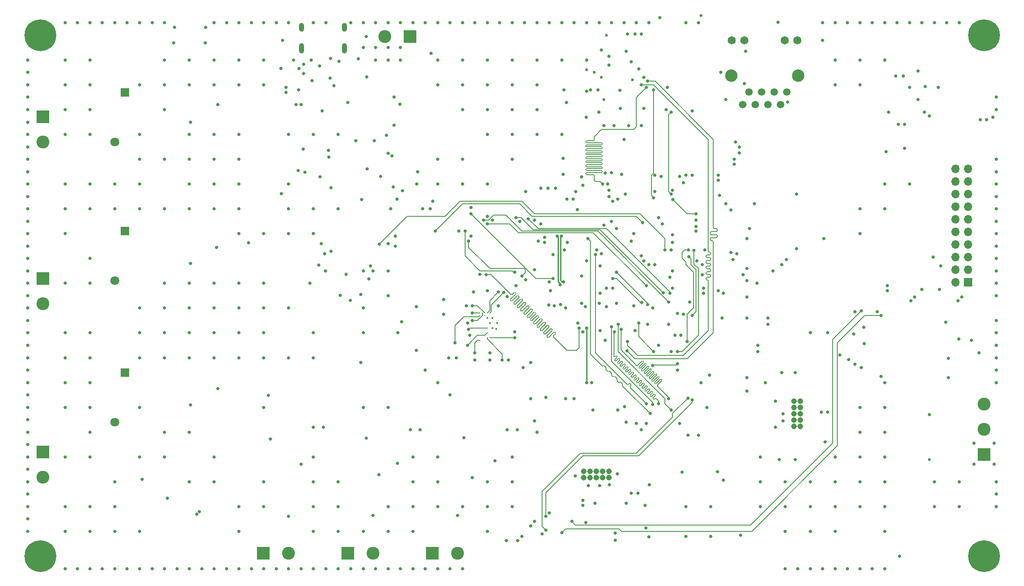
<source format=gbr>
%TF.GenerationSoftware,KiCad,Pcbnew,8.0.7*%
%TF.CreationDate,2025-11-12T22:50:05-06:00*%
%TF.ProjectId,EnergyMonitoringSystem,456e6572-6779-44d6-9f6e-69746f72696e,rev?*%
%TF.SameCoordinates,PX1c9c380PY91e9840*%
%TF.FileFunction,Copper,L6,Inr*%
%TF.FilePolarity,Positive*%
%FSLAX46Y46*%
G04 Gerber Fmt 4.6, Leading zero omitted, Abs format (unit mm)*
G04 Created by KiCad (PCBNEW 8.0.7) date 2025-11-12 22:50:05*
%MOMM*%
%LPD*%
G01*
G04 APERTURE LIST*
%TA.AperFunction,ComponentPad*%
%ADD10R,1.700000X1.700000*%
%TD*%
%TA.AperFunction,ComponentPad*%
%ADD11O,1.700000X1.700000*%
%TD*%
%TA.AperFunction,ComponentPad*%
%ADD12C,6.400000*%
%TD*%
%TA.AperFunction,ComponentPad*%
%ADD13C,1.500000*%
%TD*%
%TA.AperFunction,ComponentPad*%
%ADD14C,2.500000*%
%TD*%
%TA.AperFunction,ComponentPad*%
%ADD15C,1.650000*%
%TD*%
%TA.AperFunction,ComponentPad*%
%ADD16R,2.600000X2.600000*%
%TD*%
%TA.AperFunction,ComponentPad*%
%ADD17C,2.600000*%
%TD*%
%TA.AperFunction,ComponentPad*%
%ADD18C,1.143000*%
%TD*%
%TA.AperFunction,ComponentPad*%
%ADD19R,1.800000X1.800000*%
%TD*%
%TA.AperFunction,ComponentPad*%
%ADD20C,1.800000*%
%TD*%
%TA.AperFunction,ComponentPad*%
%ADD21O,1.000000X2.100000*%
%TD*%
%TA.AperFunction,ComponentPad*%
%ADD22O,1.000000X1.800000*%
%TD*%
%TA.AperFunction,ViaPad*%
%ADD23C,0.650000*%
%TD*%
%TA.AperFunction,ViaPad*%
%ADD24C,0.280000*%
%TD*%
%TA.AperFunction,ViaPad*%
%ADD25C,0.400000*%
%TD*%
%TA.AperFunction,ViaPad*%
%ADD26C,0.600000*%
%TD*%
%TA.AperFunction,Conductor*%
%ADD27C,0.140000*%
%TD*%
%TA.AperFunction,Conductor*%
%ADD28C,0.200000*%
%TD*%
%TA.AperFunction,Conductor*%
%ADD29C,0.230000*%
%TD*%
G04 APERTURE END LIST*
D10*
%TO.N,SPI5_SCK*%
%TO.C,J503*%
X191750000Y60210000D03*
D11*
%TO.N,+DCDC_1*%
X189210000Y60210000D03*
%TO.N,SPI5_MISO*%
X191750000Y62750000D03*
%TO.N,+DCDC_2*%
X189210000Y62750000D03*
%TO.N,SPI5_MOSI*%
X191750000Y65290000D03*
%TO.N,GND*%
X189210000Y65290000D03*
%TO.N,SPI5_CS*%
X191750000Y67830000D03*
%TO.N,unconnected-(J503-Pin_8-Pad8)*%
X189210000Y67830000D03*
%TO.N,unconnected-(J503-Pin_9-Pad9)*%
X191750000Y70370000D03*
%TO.N,unconnected-(J503-Pin_10-Pad10)*%
X189210000Y70370000D03*
%TO.N,unconnected-(J503-Pin_11-Pad11)*%
X191750000Y72910000D03*
%TO.N,ADS_SPI_SCK*%
X189210000Y72910000D03*
%TO.N,unconnected-(J503-Pin_13-Pad13)*%
X191750000Y75450000D03*
%TO.N,ADS_DOUT_uC_DIN*%
X189210000Y75450000D03*
%TO.N,unconnected-(J503-Pin_15-Pad15)*%
X191750000Y77990000D03*
%TO.N,ADS_DIN_uC_DOUT*%
X189210000Y77990000D03*
%TO.N,unconnected-(J503-Pin_17-Pad17)*%
X191750000Y80530000D03*
%TO.N,ADS_CS*%
X189210000Y80530000D03*
%TO.N,unconnected-(J503-Pin_19-Pad19)*%
X191750000Y83070000D03*
%TO.N,ADS_DRDY*%
X189210000Y83070000D03*
%TD*%
D12*
%TO.N,GND*%
%TO.C,H203*%
X195000000Y5000000D03*
%TD*%
D13*
%TO.N,/ETHERNET/RMII_TXP*%
%TO.C,J801*%
X155270000Y98540000D03*
%TO.N,/ETHERNET/ETH_DCDC2_FR*%
X154000000Y96000000D03*
%TO.N,/ETHERNET/RMII_TXN*%
X152730000Y98540000D03*
%TO.N,/ETHERNET/RMII_RXP*%
X151460000Y96000000D03*
%TO.N,/ETHERNET/ETH_DCDC2_FR*%
X150190000Y98540000D03*
%TO.N,/ETHERNET/RMII_RXN*%
X148920000Y96000000D03*
%TO.N,unconnected-(J801-Pad7)*%
X147650000Y98540000D03*
%TO.N,GND*%
X146380000Y96000000D03*
D14*
%TO.N,Net-(C812-Pad1)*%
X157555000Y101840000D03*
X144095000Y101840000D03*
D15*
%TO.N,Net-(J801-YEL_+)*%
X157450000Y108950000D03*
%TO.N,Net-(J801-YEL_-)*%
X154910000Y108950000D03*
%TO.N,Net-(J801-GRN_+)*%
X146740000Y108950000D03*
%TO.N,Net-(J801-GRN_-)*%
X144200000Y108950000D03*
%TD*%
D16*
%TO.N,Net-(J602-Pin_1)*%
%TO.C,J602*%
X5500000Y61000000D03*
D17*
%TO.N,GND*%
X5500000Y55920000D03*
%TD*%
D12*
%TO.N,GND*%
%TO.C,H201*%
X5000000Y110000000D03*
%TD*%
D16*
%TO.N,/ADC/CT_PhaseA_IN*%
%TO.C,J604*%
X49920000Y5600000D03*
D17*
%TO.N,GND*%
X55000000Y5600000D03*
%TD*%
D18*
%TO.N,+DCDC_1*%
%TO.C,J401*%
X158000000Y31170000D03*
%TO.N,/uCMain/DEBUG_JTMS-SWDIO-H*%
X156730000Y31170000D03*
%TO.N,GND*%
X158000000Y32440000D03*
%TO.N,/uCMain/DEBUG_JTCK-SWCLK-H*%
X156730000Y32440000D03*
%TO.N,GND*%
X158000000Y33710000D03*
%TO.N,/uCMain/DEBUG_JTDO-SWO-H*%
X156730000Y33710000D03*
%TO.N,unconnected-(J401-Pin_7-Pad7)*%
X158000000Y34980000D03*
%TO.N,unconnected-(J401-Pin_8-Pad8)*%
X156730000Y34980000D03*
%TO.N,GND*%
X158000000Y36250000D03*
%TO.N,/uCMain/NRST-H*%
X156730000Y36250000D03*
%TD*%
D12*
%TO.N,GND*%
%TO.C,H204*%
X5000000Y5000000D03*
%TD*%
D19*
%TO.N,Net-(J601-Pin_1)*%
%TO.C,R601*%
X22000000Y98500000D03*
D20*
%TO.N,GND*%
X20000000Y88500000D03*
%TD*%
D16*
%TO.N,/ADC/CT_PhaseC_IN*%
%TO.C,J606*%
X83920000Y5600000D03*
D17*
%TO.N,GND*%
X89000000Y5600000D03*
%TD*%
D12*
%TO.N,GND*%
%TO.C,H202*%
X195000000Y110000000D03*
%TD*%
D16*
%TO.N,GND2*%
%TO.C,J701*%
X195000000Y25500000D03*
D17*
%TO.N,Net-(J701-Pin_2)*%
X195000000Y30580000D03*
%TO.N,Net-(J701-Pin_3)*%
X195000000Y35660000D03*
%TD*%
D19*
%TO.N,Net-(J603-Pin_1)*%
%TO.C,R603*%
X22000000Y42000000D03*
D20*
%TO.N,GND*%
X20000000Y32000000D03*
%TD*%
D16*
%TO.N,/ADC/CT_PhaseB_IN*%
%TO.C,J605*%
X66920000Y5600000D03*
D17*
%TO.N,GND*%
X72000000Y5600000D03*
%TD*%
D16*
%TO.N,Net-(J601-Pin_1)*%
%TO.C,J601*%
X5500000Y93580000D03*
D17*
%TO.N,GND*%
X5500000Y88500000D03*
%TD*%
D16*
%TO.N,+5V_EXT*%
%TO.C,J202*%
X79412500Y109725000D03*
D17*
%TO.N,GND*%
X74332500Y109725000D03*
%TD*%
D19*
%TO.N,Net-(J602-Pin_1)*%
%TO.C,R602*%
X22000000Y70500000D03*
D20*
%TO.N,GND*%
X20000000Y60500000D03*
%TD*%
D18*
%TO.N,+DCDC_1*%
%TO.C,J502*%
X114430000Y20800000D03*
%TO.N,/BLE/BLE_SWDIO*%
X114430000Y22070000D03*
%TO.N,GND*%
X115700000Y20800000D03*
%TO.N,/BLE/BLE_SWDCLK*%
X115700000Y22070000D03*
%TO.N,GND*%
X116970000Y20800000D03*
%TO.N,unconnected-(J502-Pin_6-Pad6)*%
X116970000Y22070000D03*
%TO.N,unconnected-(J502-Pin_7-Pad7)*%
X118240000Y20800000D03*
%TO.N,unconnected-(J502-Pin_8-Pad8)*%
X118240000Y22070000D03*
%TO.N,GND*%
X119510000Y20800000D03*
%TO.N,BLE_RST*%
X119510000Y22070000D03*
%TD*%
D21*
%TO.N,GND*%
%TO.C,J201*%
X66232500Y107400000D03*
D22*
X66232500Y111580000D03*
D21*
X57592500Y107400000D03*
D22*
X57592500Y111580000D03*
%TD*%
D16*
%TO.N,Net-(J603-Pin_1)*%
%TO.C,J603*%
X5500000Y26000000D03*
D17*
%TO.N,GND*%
X5500000Y20920000D03*
%TD*%
D23*
%TO.N,GND*%
X173500000Y54250000D03*
%TO.N,SPI5_MOSI*%
X110000000Y9705000D03*
X174250000Y53500000D03*
%TO.N,SPI5_SCK*%
X112000000Y12000000D03*
%TO.N,GND*%
X169000000Y54250000D03*
%TO.N,SPI5_SCK*%
X170270980Y54479020D03*
%TO.N,+5V_EXT*%
X74712500Y89825000D03*
X83712500Y106325000D03*
%TO.N,GND*%
X50000000Y60000000D03*
X127000000Y31750000D03*
X12500000Y2500000D03*
X132750000Y49500000D03*
X15000000Y40000000D03*
X30000000Y85000000D03*
X2500000Y85000000D03*
X35250000Y92500000D03*
X85000000Y40000000D03*
X2500000Y80000000D03*
X95000000Y10000000D03*
X100000000Y15000000D03*
X10000000Y100000000D03*
X65000000Y75000000D03*
X40000000Y112500000D03*
X195500000Y93000000D03*
X71149999Y60900000D03*
X60000000Y25000000D03*
X82500000Y42500000D03*
X142000000Y102500000D03*
X25500000Y20500000D03*
X100000000Y90000000D03*
X197500000Y97500000D03*
X100000000Y95000000D03*
X197500000Y80000000D03*
X70000000Y35000000D03*
X45000000Y85000000D03*
X30000000Y112500000D03*
X92500000Y112500000D03*
X35250000Y64000000D03*
X115000000Y105000000D03*
X45000000Y90000000D03*
X119250000Y80000000D03*
X2500000Y102500000D03*
X98800000Y8100000D03*
X90000000Y100000000D03*
X91000000Y52000000D03*
X100000000Y100000000D03*
X52500000Y2500000D03*
X160000000Y2500000D03*
X95000000Y100000000D03*
X10000000Y75000000D03*
X25000000Y75000000D03*
X61712500Y94725000D03*
X112500000Y112500000D03*
X20000000Y10000000D03*
X90750000Y55500000D03*
X30000000Y55000000D03*
X157000000Y42000000D03*
D24*
X94500000Y53500000D03*
D23*
X194250000Y93000000D03*
X122500000Y112500000D03*
D25*
X96000000Y51000000D03*
D23*
X107750000Y58500000D03*
X147750000Y71000000D03*
X175000000Y30000000D03*
X126500000Y64500000D03*
X99000000Y30500000D03*
X2500000Y45000000D03*
X65000000Y15000000D03*
X197500000Y77500000D03*
X187500000Y112500000D03*
X146000000Y9250000D03*
X62000000Y31000000D03*
X55000000Y75000000D03*
X45000000Y60000000D03*
D25*
X97000000Y52000000D03*
D23*
X126900000Y10700000D03*
X57500000Y23500000D03*
X55000000Y45000000D03*
X35000000Y75000000D03*
X165000000Y10000000D03*
X25000000Y85000000D03*
X182500000Y112500000D03*
X197500000Y85000000D03*
X25000000Y50000000D03*
X77750000Y52250000D03*
X117250000Y99000000D03*
X185000000Y112500000D03*
X35000000Y30000000D03*
X85000000Y85000000D03*
X160000000Y50000000D03*
X30000000Y100000000D03*
X145750000Y87500000D03*
X40000000Y80000000D03*
X70612500Y109725000D03*
X131000000Y95000000D03*
X82500000Y2500000D03*
X119600000Y19400000D03*
X170900000Y47849999D03*
X170000000Y35000000D03*
X80000000Y20000000D03*
X61212500Y103825000D03*
X180000000Y112500000D03*
X141500000Y80750000D03*
X2500000Y57500000D03*
X2500000Y52500000D03*
X197500000Y75000000D03*
D24*
X93500000Y48500000D03*
D23*
X96500000Y24200000D03*
X100000000Y25000000D03*
X175000000Y40000000D03*
X175000000Y105000000D03*
X132250000Y59000000D03*
X2500000Y65000000D03*
X197500000Y70000000D03*
X2500000Y17500000D03*
X157500000Y2500000D03*
X57500000Y2500000D03*
X73475000Y81562500D03*
X10000000Y25000000D03*
X35000000Y60000000D03*
X75000000Y86225000D03*
X184750000Y65250000D03*
X45000000Y10000000D03*
X2500000Y67500000D03*
X2500000Y47500000D03*
X17500000Y112500000D03*
X2500000Y87500000D03*
X67500000Y2500000D03*
X140000000Y15000000D03*
X40000000Y75000000D03*
X105000000Y95000000D03*
X175000000Y2500000D03*
X57500000Y96000000D03*
X77900000Y78700000D03*
X40000000Y25000000D03*
X170000000Y75000000D03*
X102500000Y112500000D03*
X137200420Y64549580D03*
X93520980Y61770980D03*
X45000000Y70000000D03*
X69000000Y105225000D03*
X110450000Y98950000D03*
X104500000Y32250000D03*
X162500000Y109000000D03*
X95000000Y73500000D03*
X45000000Y112500000D03*
X10000000Y50000000D03*
X2500000Y32500000D03*
X121700000Y98900000D03*
X60000000Y50000000D03*
X35000000Y20000000D03*
X90000000Y105000000D03*
X117600000Y19200000D03*
X76800000Y77000000D03*
X147250000Y69000000D03*
X40000000Y100000000D03*
X25000000Y10000000D03*
X165000000Y25000000D03*
X22500000Y2500000D03*
X63512500Y79225000D03*
D25*
X95000000Y53000000D03*
D23*
X47500000Y112500000D03*
X2500000Y50000000D03*
X40000000Y2500000D03*
X190500000Y57250000D03*
X38185000Y108500000D03*
X80000000Y10000000D03*
X75000000Y57500000D03*
X95000000Y15000000D03*
X77500000Y107500000D03*
X63000000Y86750000D03*
X91500000Y49500000D03*
X151500000Y51750000D03*
X151500000Y53000000D03*
X45000000Y15000000D03*
X162500000Y2500000D03*
X160000000Y20000000D03*
X175000000Y10000000D03*
X190000000Y112500000D03*
X67500000Y112500000D03*
X60000000Y15000000D03*
X146500000Y61750000D03*
X50000000Y2500000D03*
X85000000Y25000000D03*
X135000000Y81750000D03*
X10000000Y10000000D03*
X90000000Y80000000D03*
X45000000Y50000000D03*
X2500000Y40000000D03*
X170000000Y25000000D03*
X87500000Y112500000D03*
X95000000Y95000000D03*
X2500000Y92500000D03*
X174300000Y41249999D03*
X10000000Y60000000D03*
X113250000Y52000000D03*
X60000000Y2500000D03*
X101500000Y72500000D03*
X175000000Y25000000D03*
X40500000Y67250000D03*
X149500000Y47500000D03*
X175000000Y80000000D03*
X30000000Y45000000D03*
X170000000Y105000000D03*
X40000000Y50000000D03*
X35000000Y2500000D03*
X50000000Y35000000D03*
X62400000Y62500000D03*
X40000000Y105000000D03*
X153500000Y112575000D03*
X45000000Y100000000D03*
X197500000Y72500000D03*
X178000000Y5000000D03*
X50000000Y70000000D03*
X89250000Y70500000D03*
X105000000Y30000000D03*
X62500000Y112500000D03*
X105000000Y90000000D03*
X87500000Y37500000D03*
X2500000Y70000000D03*
X25000000Y90000000D03*
X2500000Y82500000D03*
X100000000Y105000000D03*
X10000000Y2500000D03*
X170800000Y51149999D03*
X99250000Y44500000D03*
X163500000Y50000000D03*
X117500000Y112500000D03*
X167500000Y112500000D03*
X90000000Y85000000D03*
X100000000Y85000000D03*
X70000000Y107500000D03*
X197500000Y60000000D03*
X2500000Y35000000D03*
X45000000Y105000000D03*
X87250000Y44960000D03*
X10000000Y40000000D03*
X72000000Y13200000D03*
X2500000Y25000000D03*
X15000000Y30000000D03*
X95000000Y90000000D03*
X126500000Y101500000D03*
X85000000Y112500000D03*
X55000000Y112500000D03*
X62257776Y65984449D03*
X75000000Y105000000D03*
X137000000Y71500000D03*
X40000000Y45000000D03*
X175000000Y112500000D03*
X85000000Y2500000D03*
X30000000Y95000000D03*
X170000000Y30000000D03*
X124750000Y50500000D03*
X165000000Y105000000D03*
X119500000Y105750000D03*
X2500000Y20000000D03*
X35000000Y50000000D03*
X40000000Y20000000D03*
X75000000Y2500000D03*
X2500000Y60000000D03*
X2500000Y75000000D03*
X150000000Y20000000D03*
X87500000Y2500000D03*
X30000000Y60000000D03*
X163500000Y34000000D03*
X15000000Y25000000D03*
X70000000Y112500000D03*
X175000000Y75000000D03*
X15000000Y2500000D03*
X40750000Y96000000D03*
X75000000Y15000000D03*
X60000000Y90000000D03*
X110250000Y82000000D03*
X25000000Y55000000D03*
X144000000Y66250000D03*
X143000000Y97000000D03*
X15000000Y60000000D03*
X172500000Y112500000D03*
X56500000Y96000000D03*
X115000000Y112500000D03*
X143000000Y76000000D03*
X60000000Y45000000D03*
X125300000Y17700000D03*
X25000000Y112500000D03*
X15000000Y80000000D03*
X10000000Y80000000D03*
X114250000Y16250000D03*
X15000000Y50000000D03*
X114270000Y79750000D03*
X95000000Y80000000D03*
X110000000Y105000000D03*
X50000000Y105000000D03*
X72500000Y107500000D03*
X2500000Y12500000D03*
X75000000Y112500000D03*
X30000000Y30000000D03*
X35000000Y55000000D03*
X134000000Y49500000D03*
X92500000Y44500000D03*
X153750000Y24500000D03*
X97250000Y55500000D03*
X2500000Y37500000D03*
X102750000Y60750000D03*
X90000000Y95000000D03*
X157000000Y24500000D03*
X95000000Y105000000D03*
X35000000Y90000000D03*
X80000000Y15000000D03*
X70812500Y83025000D03*
X50000000Y50000000D03*
X117450000Y94450000D03*
X106500000Y69250000D03*
X2500000Y55000000D03*
X186250000Y63500000D03*
X105000000Y112500000D03*
X135000000Y9000000D03*
X128750000Y63750000D03*
X10000000Y105000000D03*
X2500000Y10000000D03*
X197500000Y57500000D03*
X114950000Y93450000D03*
X127500000Y8900000D03*
X95000000Y112500000D03*
X70725000Y101625000D03*
X2500000Y30000000D03*
X15000000Y75000000D03*
X57012500Y98975000D03*
X15000000Y45000000D03*
X38285000Y111600000D03*
X128750000Y81750000D03*
X80000000Y112500000D03*
X69500000Y57750000D03*
X146750000Y100250000D03*
X106000000Y9500000D03*
X138000000Y40000000D03*
X55000000Y80000000D03*
X76900000Y23700000D03*
X53412500Y103325000D03*
X40000000Y85000000D03*
X175000000Y20000000D03*
X106500000Y68250000D03*
X60000000Y112500000D03*
X165000000Y100000000D03*
X175000000Y35000000D03*
X79500000Y30500000D03*
X25000000Y2500000D03*
X50000000Y20000000D03*
X105000000Y105000000D03*
X110000000Y112500000D03*
X124000000Y17700000D03*
X30000000Y50000000D03*
X85000000Y105000000D03*
X149500000Y46250000D03*
X20000000Y75000000D03*
X20000000Y15000000D03*
X2500000Y97500000D03*
X141500000Y58500000D03*
X47500000Y2500000D03*
X114000000Y81475000D03*
X84000000Y76500000D03*
X10000000Y95000000D03*
X138500000Y58000000D03*
X197500000Y67500000D03*
X63500001Y66500000D03*
X77400000Y96100000D03*
X75000000Y10000000D03*
X66599999Y61775551D03*
X15000000Y105000000D03*
X141300000Y22000000D03*
X20000000Y2500000D03*
X145250000Y66000000D03*
X144000000Y74750000D03*
X20000000Y80000000D03*
X10000000Y112500000D03*
X175500000Y58500000D03*
X127600000Y19400000D03*
X160000000Y15000000D03*
X60000000Y75000000D03*
X72500000Y2500000D03*
X170000000Y70000000D03*
X85000000Y100000000D03*
X61362500Y81475000D03*
X107500000Y13750000D03*
X40000000Y60000000D03*
X170000000Y112500000D03*
X65000000Y10000000D03*
X150000000Y25000000D03*
X89000000Y13200000D03*
X122500000Y89000000D03*
X107500000Y60250000D03*
X115750000Y99000000D03*
X25000000Y80000000D03*
X101100000Y8100000D03*
X15000000Y100000000D03*
X80000000Y2500000D03*
X15000000Y95000000D03*
X35000000Y100000000D03*
X25000000Y25000000D03*
X60000000Y70000000D03*
X76212500Y97525000D03*
X172500000Y2500000D03*
X136250000Y81750000D03*
X170000000Y100000000D03*
X75000000Y35000000D03*
X155000000Y15000000D03*
X2500000Y42500000D03*
X149250000Y60000000D03*
X165000000Y2500000D03*
X126500000Y95250000D03*
X137000000Y72750000D03*
X147250000Y60500000D03*
X137500000Y112500000D03*
X45000000Y80000000D03*
X155000000Y10000000D03*
X162500000Y112500000D03*
X77500000Y112500000D03*
X20000000Y112500000D03*
X135000000Y112500000D03*
X10000000Y15000000D03*
X75000000Y62500000D03*
X155500000Y96500000D03*
X58012500Y104125000D03*
X135400000Y29400000D03*
X115000000Y98750000D03*
X2500000Y27500000D03*
X67400000Y56600000D03*
X15000000Y15000000D03*
X60000000Y31000000D03*
X165000000Y20000000D03*
X35000000Y85000000D03*
X165000000Y15000000D03*
X134500000Y80250000D03*
X2500000Y90000000D03*
X50000000Y55000000D03*
X45000000Y45000000D03*
X12500000Y112500000D03*
X133700000Y31750000D03*
X63112500Y85425000D03*
X35000000Y80000000D03*
X2500000Y22500000D03*
X180000000Y80000000D03*
X137520000Y29400000D03*
X101000000Y30500000D03*
X154250000Y42000000D03*
X70000000Y10000000D03*
D25*
X96000000Y53000000D03*
D23*
X133250000Y42500000D03*
X147250000Y63000000D03*
X40750000Y38750000D03*
X100000000Y112500000D03*
X165000000Y112500000D03*
X55000000Y70000000D03*
X108250000Y65760374D03*
X30000000Y75000000D03*
X119500000Y104000000D03*
X147000000Y106750000D03*
X127500000Y112500000D03*
X30600000Y16700000D03*
X177500000Y112500000D03*
X61600000Y68000000D03*
X167500000Y2500000D03*
X2500000Y15000000D03*
X50000000Y15000000D03*
X140000000Y9000000D03*
X17500000Y2500000D03*
X155000000Y2500000D03*
X160000000Y10000000D03*
X138250000Y61750000D03*
X60000000Y10000000D03*
X42500000Y112500000D03*
X162250000Y34000000D03*
X76012500Y79425000D03*
X104500000Y72750000D03*
X197500000Y82500000D03*
X55000000Y2500000D03*
X10000000Y90000000D03*
X45000000Y2500000D03*
X114250000Y50250000D03*
X115350000Y19250000D03*
X175000000Y15000000D03*
X118000000Y107000000D03*
X75000000Y107500000D03*
X15000000Y10000000D03*
X105000000Y100000000D03*
X64112500Y99825000D03*
X70000000Y50000000D03*
X81500000Y30500000D03*
X25000000Y35000000D03*
X120000000Y112500000D03*
X35250000Y35500000D03*
X25000000Y100000000D03*
X60000000Y20000000D03*
X15000000Y90000000D03*
X117000000Y66750000D03*
X42500000Y2500000D03*
X91750000Y69500000D03*
X58312500Y82425000D03*
X100500000Y50250000D03*
X15000000Y65000000D03*
X116000000Y40000000D03*
X52500000Y112500000D03*
X181000000Y57250000D03*
X125000000Y112500000D03*
X37500000Y2500000D03*
X182500000Y58750000D03*
X90000000Y2500000D03*
X10000000Y35000000D03*
X151000000Y40000000D03*
X88750000Y44960000D03*
X50000000Y112500000D03*
X117750000Y50500000D03*
X2500000Y62500000D03*
X95000000Y20000000D03*
X27500000Y2500000D03*
X62500000Y2500000D03*
X2500000Y72500000D03*
X35000000Y45000000D03*
X22500000Y112500000D03*
X80000000Y25000000D03*
X85000000Y80000000D03*
X132000000Y46250000D03*
X99000000Y57295000D03*
X27500000Y112500000D03*
X132250000Y78770003D03*
X92500000Y46000000D03*
X134200000Y21900000D03*
X116700000Y15700000D03*
X155000000Y20000000D03*
X50000000Y100000000D03*
X10000000Y45000000D03*
X50000000Y45000000D03*
X90000000Y15000000D03*
X65000000Y20000000D03*
X30000000Y25000000D03*
X77000000Y50000000D03*
X91750000Y75250000D03*
X77500000Y105000000D03*
X72500000Y105000000D03*
X25000000Y45000000D03*
X40000000Y55000000D03*
X97500000Y112500000D03*
X197500000Y62500000D03*
X10000000Y70000000D03*
X170000000Y2500000D03*
X2500000Y105000000D03*
X144750000Y85000000D03*
X110000000Y90000000D03*
X20000000Y20000000D03*
X85000000Y15000000D03*
X15000000Y35000000D03*
X45000000Y55000000D03*
X70000000Y2500000D03*
X90000000Y112500000D03*
X30000000Y105000000D03*
X30000000Y2500000D03*
X45000000Y75000000D03*
X122750000Y78000000D03*
X15000000Y112500000D03*
X65400000Y57600000D03*
X55000000Y55000000D03*
X75812500Y85725000D03*
X82500000Y112500000D03*
X135000000Y15000000D03*
X96000000Y72750000D03*
X54500000Y98500000D03*
X100000000Y20000000D03*
X40000000Y90000000D03*
X150000000Y15000000D03*
X107500000Y112500000D03*
X65000000Y90000000D03*
X110950000Y96450000D03*
X170000000Y20000000D03*
X55000000Y90000000D03*
X2500000Y100000000D03*
X77500000Y2500000D03*
X32500000Y2500000D03*
X170000000Y15000000D03*
X55000000Y13000000D03*
X65000000Y2500000D03*
X85000000Y20000000D03*
X2500000Y77500000D03*
X72500000Y112500000D03*
X54500000Y99500000D03*
X2500000Y95000000D03*
X197500000Y95000000D03*
X57912500Y87000000D03*
X197500000Y65000000D03*
X70000000Y55000000D03*
X35000000Y105000000D03*
X76212500Y91825000D03*
%TO.N,/USB/PD_IN_GD*%
X58022549Y102300735D03*
X57100000Y103300000D03*
D25*
%TO.N,+DCDC_1*%
X96796985Y50796985D03*
D23*
X32000000Y111600000D03*
X131750000Y61250000D03*
X123500000Y91750000D03*
X81000000Y82500000D03*
X104500000Y62750000D03*
X138500000Y59000000D03*
X118500000Y91750000D03*
X138750000Y66750000D03*
X121250000Y77000000D03*
X108500000Y55500000D03*
X110250000Y85175000D03*
X75000000Y68000000D03*
X95500000Y46000000D03*
X51300000Y28600000D03*
X112700000Y21200000D03*
D25*
X95500000Y52000000D03*
D23*
X95500000Y44500000D03*
X128750000Y78500000D03*
X186000000Y58750000D03*
X123000000Y15700000D03*
X110500000Y66750000D03*
X103700000Y11100000D03*
X70600000Y28800000D03*
X105250000Y68500000D03*
X76500000Y67500000D03*
X86250000Y53750000D03*
X86250000Y56750000D03*
X137000000Y70500000D03*
X72000000Y62500000D03*
X131250000Y99500000D03*
X90300000Y28900000D03*
X102250000Y43000000D03*
X37000000Y14000000D03*
X126000000Y91750000D03*
X127250000Y51750000D03*
X92250000Y58250000D03*
X83500000Y75000000D03*
X147250000Y57250000D03*
X112770000Y78500000D03*
X133250000Y53955000D03*
X118750000Y48500000D03*
X82000000Y75000000D03*
X95000000Y58500000D03*
X129750000Y113500000D03*
X100750000Y59500000D03*
X133750000Y81500000D03*
X71500000Y63500000D03*
X76500000Y69500000D03*
X121750000Y95250000D03*
X103750000Y44000000D03*
X69500000Y44000000D03*
X163000000Y28000000D03*
X53500000Y78100000D03*
X120500000Y91750000D03*
X147250000Y41000000D03*
X61100000Y63700000D03*
X138250000Y63750000D03*
X105750000Y72000000D03*
X36500000Y13500000D03*
%TO.N,+1V2*%
X75550000Y75050000D03*
X70000000Y62500000D03*
%TO.N,+DCDC_2*%
X31885000Y108500000D03*
X196750000Y93500000D03*
X142500000Y20300000D03*
X69700000Y76900000D03*
X168750000Y49750000D03*
%TO.N,-DCDC_1*%
X73150000Y21450000D03*
X92000000Y20800000D03*
X50900000Y37400000D03*
%TO.N,/uCMain/NRST*%
X132250000Y68250000D03*
X80750000Y55250000D03*
X134500000Y53750000D03*
%TO.N,+VDD_SDC*%
X155250000Y64750000D03*
X147250000Y53000000D03*
X147250000Y38250000D03*
%TO.N,/ADC/V_Phase_B_P*%
X46900000Y68200000D03*
X59250000Y60000000D03*
%TO.N,Net-(U401B-VLXSMPS)*%
X144500000Y64750000D03*
X132250000Y62500000D03*
%TO.N,+V_ISO*%
X194000000Y46000000D03*
D26*
X184000000Y24500000D03*
D23*
%TO.N,GND2*%
X197500000Y40000000D03*
X197500000Y42500000D03*
X197000000Y27750000D03*
X197500000Y52500000D03*
X197500000Y20000000D03*
X197500000Y15000000D03*
X192500000Y48500000D03*
X193000000Y23500000D03*
X187800000Y41000000D03*
X190000000Y20000000D03*
X197500000Y17500000D03*
X185000000Y15000000D03*
X197500000Y47500000D03*
X185000000Y20000000D03*
X197500000Y45000000D03*
X197000000Y23500000D03*
X187800000Y44849999D03*
X193000000Y27750000D03*
X197500000Y50000000D03*
X184000000Y33500000D03*
X190000000Y15000000D03*
%TO.N,+VBUSc*%
X65112500Y104725000D03*
X56012500Y105025000D03*
X59512500Y105025000D03*
X53743750Y108956250D03*
X66918750Y96418750D03*
X63312500Y101325000D03*
%TO.N,/uCMain/DEBUG_JTMS-SWDIO-H*%
X153000000Y31000000D03*
%TO.N,/uCMain/DEBUG_JTCK-SWCLK-H*%
X154500000Y32250000D03*
%TO.N,/uCMain/DEBUG_JTDO-SWO-H*%
X154500000Y33710000D03*
%TO.N,BLE_RST*%
X114800000Y11800000D03*
X102000000Y9000000D03*
X121200000Y21600000D03*
X102750000Y78500000D03*
%TO.N,Net-(U701-VSEL)*%
X187300000Y52149999D03*
X189900000Y48749999D03*
%TO.N,/USB/USB_CC1c*%
X63412500Y105325000D03*
X59712500Y100825000D03*
%TO.N,/ETHERNET/ETH_DCDC2_FR*%
X124010374Y104690000D03*
X125500000Y103250000D03*
X124750000Y110250000D03*
X123000000Y106750000D03*
D26*
X118000000Y101500000D03*
X138000000Y114000000D03*
X124250000Y101000000D03*
D23*
X123250000Y110250000D03*
D26*
X119000000Y110000000D03*
D23*
X126000000Y110250000D03*
D26*
%TO.N,Net-(U801-VDDCR)*%
X118500000Y97000000D03*
D23*
%TO.N,ADS_CS*%
X73275000Y67900000D03*
X130750000Y66750000D03*
X152500000Y62500000D03*
%TO.N,/eMMC/VDDI*%
X88500000Y48000000D03*
D24*
X93500000Y53500000D03*
D23*
%TO.N,/uCMain/BOOT0*%
X128250000Y55000000D03*
X80750000Y46500000D03*
%TO.N,ADS_DIN_uC_DOUT*%
X142500000Y58000000D03*
X103250000Y73000000D03*
X131750000Y58000000D03*
%TO.N,ADS_DOUT_uC_DIN*%
X130375000Y58125000D03*
X100750000Y73250000D03*
%TO.N,I2C1_SDA*%
X124000000Y68500000D03*
X179000000Y92000000D03*
X127250000Y55750000D03*
X121000000Y62250000D03*
%TO.N,/uCMain/NRST-H*%
X153000000Y36250000D03*
%TO.N,SPI1_SCK*%
X145750000Y86250000D03*
X130250000Y72000000D03*
%TO.N,UART4_TX*%
X137000000Y74000000D03*
X141750000Y77750000D03*
X132354020Y76895980D03*
%TO.N,UART4_RX*%
X121250000Y34500000D03*
X114750000Y55250000D03*
X179000000Y87250000D03*
%TO.N,GPIO_OUT_1*%
X120250000Y76500000D03*
X181750000Y97000000D03*
%TO.N,I2C1_SCL*%
X124500000Y70000000D03*
X126125000Y56125000D03*
X177750000Y92000000D03*
X120250000Y61000000D03*
%TO.N,GPIO_IN_1*%
X183125000Y99625000D03*
X119500000Y77500000D03*
%TO.N,GPIO_IN_2*%
X119500000Y78750000D03*
X185750000Y99500000D03*
%TO.N,ADC1_INP9*%
X175750000Y94500000D03*
X183000000Y94500000D03*
X122000000Y82000000D03*
%TO.N,SD_DETECT*%
X139250000Y35000000D03*
X121310000Y51750000D03*
X132000000Y34500000D03*
%TO.N,TIM4_CH1*%
X178750000Y101750000D03*
X111065745Y68250000D03*
%TO.N,SPI1_NSS*%
X129500000Y73250000D03*
X145000000Y88500000D03*
%TO.N,LDO_EN*%
X80800000Y80000000D03*
X120000000Y82260374D03*
%TO.N,DCDC_2_EN*%
X56900000Y82700000D03*
X118750000Y82250000D03*
X72250000Y88750000D03*
X68500000Y88750000D03*
%TO.N,ADC3_INP1*%
X132250000Y69750000D03*
X184000000Y93750000D03*
%TO.N,SPI1_MISO*%
X141500000Y81750000D03*
%TO.N,SPI1_MOSI*%
X127500000Y63750000D03*
X144750000Y84000000D03*
%TO.N,FDCAN2_TX*%
X181750000Y102750000D03*
X111000000Y77000000D03*
%TO.N,TIM4_CH2*%
X136250000Y94750000D03*
X114000000Y61500000D03*
X177250000Y101750000D03*
%TO.N,UART4_DE*%
X110750000Y55000000D03*
X162750000Y69000000D03*
X175250000Y86500000D03*
X122625000Y35125000D03*
%TO.N,FDCAN2_RX*%
X112250000Y77000000D03*
X180000000Y99500000D03*
%TO.N,SPI5_MISO*%
X189750000Y56500000D03*
X133250000Y46250000D03*
X133250000Y43750000D03*
X128270980Y43479020D03*
%TO.N,SPI5_CS*%
X114250000Y15250000D03*
X148750000Y76000000D03*
X132000000Y66750000D03*
%TO.N,ADS_STM32_CLKOUT*%
X108250000Y61000000D03*
X91750000Y74000000D03*
%TO.N,ADS_DRDY*%
X154250000Y63750000D03*
X127000000Y59500000D03*
X95000000Y72000000D03*
%TO.N,ADS_SYNC_RESET*%
X84500000Y70500000D03*
X126250000Y72250000D03*
%TO.N,ADS_SPI_SCK*%
X94250000Y72750000D03*
X131500000Y56250000D03*
%TO.N,uC_OTG_D+*%
X109678266Y59675266D03*
X109045000Y69515000D03*
%TO.N,uC_OTG_D-*%
X109955000Y69515000D03*
X110321734Y60318734D03*
%TO.N,SPI5_MOSI*%
X135375000Y36875000D03*
X106750000Y10250000D03*
%TO.N,SPI5_SCK*%
X136250000Y36500000D03*
X106750000Y13000000D03*
D26*
%TO.N,Net-(J801-YEL_+)*%
X115000000Y103000000D03*
%TO.N,Net-(J801-GRN_+)*%
X116500000Y102500000D03*
D23*
%TO.N,Net-(JP402-B)*%
X118000000Y66000000D03*
X142250000Y53000000D03*
X117750000Y58000000D03*
%TO.N,Net-(JP406-B)*%
X139750000Y41500000D03*
X113125000Y74875000D03*
X119000000Y59000000D03*
X120250000Y59000000D03*
X131500000Y51750000D03*
X121000000Y56000000D03*
%TO.N,eMMC_RSTn*%
X129500000Y47500000D03*
X116250000Y34500000D03*
D24*
%TO.N,/eMMC/SDMMC1_eMMC_RSTn_JP*%
X95000000Y50000000D03*
D23*
X91000000Y47500000D03*
%TO.N,Net-(U401A-PG9)*%
X126000000Y65500000D03*
%TO.N,/uCMain/TIM1_CH1*%
X105750000Y79175000D03*
X121000000Y71000000D03*
%TO.N,/uCMain/TIM1_CH2*%
X108750000Y79175000D03*
X120000000Y72455000D03*
%TO.N,/uCMain/TIM1_CH3*%
X118500000Y71750000D03*
X107250000Y79175000D03*
%TO.N,/uCMain/DEBUG_JTMS-SWDIO*%
X106750000Y37000000D03*
X107375000Y55625000D03*
%TO.N,/uCMain/DEBUG_JTCK-SWCLK*%
X109750000Y55750000D03*
X110750000Y36750000D03*
%TO.N,/uCMain/DEBUG_JTDO-SWO*%
X124500000Y55500000D03*
%TO.N,BLE_INT*%
X126750000Y15250000D03*
X135750000Y56250000D03*
%TO.N,RMII_REF_CLK*%
X132000000Y78000000D03*
X132000000Y94500000D03*
%TO.N,SDMMC1_D2*%
X94750000Y61750000D03*
X113500000Y51000000D03*
%TO.N,SDMMC1_D3*%
X115000000Y40000000D03*
X115000000Y51000000D03*
%TO.N,SDMMC1_D6*%
X100500000Y62245000D03*
X90500000Y70500000D03*
%TO.N,SDMMC1_D7*%
X102000000Y61500000D03*
X91250000Y68500000D03*
%TO.N,/eMMC/SDMMC1_D3_R*%
X92000000Y54000000D03*
D24*
X93500000Y54000000D03*
D23*
%TO.N,/eMMC/SDMMC1_D4_R*%
X92000000Y52500000D03*
D24*
X94000000Y54000000D03*
D23*
%TO.N,/eMMC/SDMMC1_D5_R*%
X92000000Y55500000D03*
D24*
X94500000Y54000000D03*
%TO.N,/eMMC/SDMMC1_D6_R*%
X95000000Y54000000D03*
D23*
X97261250Y58238750D03*
D24*
%TO.N,/eMMC/SDMMC1_D7_R*%
X95500000Y54000000D03*
D23*
X98309308Y58190692D03*
%TO.N,/eMMC/SDMMC1_CMD_R*%
X98000000Y44500000D03*
D24*
X95000000Y49000000D03*
%TO.N,/eMMC/SDMMC1_CK_R*%
X95500000Y49000000D03*
D23*
X100500000Y49000000D03*
%TO.N,Net-(U901-DATA_STROBE)*%
X103750000Y36750000D03*
D24*
X95000000Y51000000D03*
D23*
X91250000Y50750000D03*
%TO.N,USART2_INV_485*%
X114000000Y56000000D03*
X123000000Y32000000D03*
X112500000Y36750000D03*
X170250000Y43000000D03*
%TO.N,SDMMC2_D1*%
X127750000Y33750000D03*
X115250000Y69000000D03*
%TO.N,USART2_RX*%
X157250000Y67000000D03*
X166000000Y45559999D03*
X157250000Y78000000D03*
X130000000Y81500000D03*
%TO.N,SDMMC2_CMD*%
X120625000Y50250000D03*
X129500000Y35750000D03*
%TO.N,BLE_TEST9*%
X120750000Y9625000D03*
X115000000Y64500000D03*
X104500000Y12000000D03*
%TO.N,SDMMC2_CK*%
X128275980Y35525980D03*
X120000000Y51250000D03*
%TO.N,SDMMC2_D2*%
X121940000Y50750000D03*
X131490000Y36740000D03*
%TO.N,RMII_TXD0*%
X126000000Y100000000D03*
X123250000Y48250000D03*
%TO.N,RMII_TXD1*%
X123125000Y46375000D03*
X127250000Y100720003D03*
%TO.N,ETH_NRST*%
X128500000Y77250000D03*
X128500000Y99000000D03*
%TO.N,USART2_TX*%
X119000000Y55250000D03*
X169000000Y43700000D03*
X125000000Y31750000D03*
%TO.N,USART2_DE*%
X167750000Y44649999D03*
X117500000Y56000000D03*
X126000000Y30500000D03*
%TO.N,BLE_TEST8*%
X120750000Y8250000D03*
X117750000Y63500000D03*
%TO.N,SDMMC2_D0*%
X116750000Y65750000D03*
X127000000Y35750000D03*
%TO.N,SDMMC2_D3*%
X128500000Y46250000D03*
X125500000Y52000000D03*
%TO.N,RMII_TX_EN*%
X118250000Y80000000D03*
X127000000Y99485000D03*
%TO.N,/uCMain/SPI5_SCK_R*%
X135581937Y65331937D03*
X136250000Y53500000D03*
%TO.N,/uCMain/SPI5_MOSI_R*%
X135500000Y66750000D03*
X135250000Y48250000D03*
%TO.N,SPI5_MISO*%
X136625000Y66625000D03*
X180250000Y56500000D03*
X175500000Y59500000D03*
%TD*%
D27*
%TO.N,SPI5_MOSI*%
X110795000Y10500000D02*
X110000000Y9705000D01*
X165500000Y27250000D02*
X148250000Y10000000D01*
X165485000Y27265000D02*
X165500000Y27250000D01*
X165485000Y47985000D02*
X165485000Y27265000D01*
X171000000Y53500000D02*
X165485000Y47985000D01*
X148250000Y10000000D02*
X122000000Y10000000D01*
X174250000Y53500000D02*
X171000000Y53500000D01*
X122000000Y10000000D02*
X121500000Y10500000D01*
X121500000Y10500000D02*
X110795000Y10500000D01*
%TO.N,SPI5_SCK*%
X164500000Y27750000D02*
X148035000Y11285000D01*
X112715000Y11285000D02*
X112000000Y12000000D01*
X164500000Y48708040D02*
X164500000Y27750000D01*
X148035000Y11285000D02*
X112715000Y11285000D01*
X170270980Y54479020D02*
X164500000Y48708040D01*
%TO.N,GND*%
X93000000Y48500000D02*
X92500000Y48000000D01*
X92500000Y48000000D02*
X92500000Y46000000D01*
X93500000Y48500000D02*
X93000000Y48500000D01*
D28*
%TO.N,ADS_CS*%
X86500000Y73500000D02*
X78875000Y73500000D01*
X130750000Y66750000D02*
X130750000Y69000000D01*
X89500000Y76500000D02*
X86500000Y73500000D01*
X78875000Y73500000D02*
X73275000Y67900000D01*
X125750000Y74000000D02*
X104500000Y74000000D01*
X104500000Y74000000D02*
X102000000Y76500000D01*
X102000000Y76500000D02*
X89500000Y76500000D01*
X130750000Y69000000D02*
X125750000Y74000000D01*
D27*
%TO.N,/eMMC/VDDI*%
X93250000Y53250000D02*
X93500000Y53500000D01*
X88500000Y48000000D02*
X88500000Y51500000D01*
X90250000Y53250000D02*
X93250000Y53250000D01*
X88500000Y51500000D02*
X90250000Y53250000D01*
%TO.N,ADS_DIN_uC_DOUT*%
X105230000Y71020000D02*
X103250000Y73000000D01*
X131750000Y58250000D02*
X118980000Y71020000D01*
X131750000Y58000000D02*
X131750000Y58250000D01*
X118980000Y71020000D02*
X105230000Y71020000D01*
%TO.N,ADS_DOUT_uC_DIN*%
X117740000Y70760000D02*
X130375000Y58125000D01*
X101750000Y73250000D02*
X104240000Y70760000D01*
X104240000Y70760000D02*
X117740000Y70760000D01*
X100750000Y73250000D02*
X101750000Y73250000D01*
D28*
%TO.N,I2C1_SDA*%
X127250000Y56000000D02*
X121000000Y62250000D01*
X127250000Y55750000D02*
X127250000Y56000000D01*
%TO.N,UART4_TX*%
X132354020Y76895980D02*
X135250000Y74000000D01*
X135250000Y74000000D02*
X137000000Y74000000D01*
%TO.N,I2C1_SCL*%
X126125000Y56125000D02*
X125875000Y56125000D01*
X125875000Y56125000D02*
X121000000Y61000000D01*
X121000000Y61000000D02*
X120250000Y61000000D01*
D27*
%TO.N,SD_DETECT*%
X132000000Y34500000D02*
X130750000Y35750000D01*
X130750000Y35750000D02*
X130750000Y36750000D01*
X121310000Y46190000D02*
X121310000Y51750000D01*
X130750000Y36750000D02*
X121310000Y46190000D01*
%TO.N,SPI5_MISO*%
X137500000Y49500000D02*
X134250000Y46250000D01*
X128291960Y43500000D02*
X128270980Y43479020D01*
X136625000Y66625000D02*
X136625000Y63875000D01*
X133000000Y43500000D02*
X128291960Y43500000D01*
X137500000Y63000000D02*
X137500000Y49500000D01*
X133250000Y43750000D02*
X133000000Y43500000D01*
X134250000Y46250000D02*
X133250000Y46250000D01*
X136625000Y63875000D02*
X137500000Y63000000D01*
%TO.N,ADS_STM32_CLKOUT*%
X91750000Y74000000D02*
X104750000Y61000000D01*
X104750000Y61000000D02*
X108250000Y61000000D01*
D28*
%TO.N,ADS_DRDY*%
X99500000Y72000000D02*
X101290000Y70210000D01*
X95000000Y72000000D02*
X99500000Y72000000D01*
X116290000Y70210000D02*
X127000000Y59500000D01*
X101290000Y70210000D02*
X116290000Y70210000D01*
%TO.N,ADS_SYNC_RESET*%
X125000000Y73500000D02*
X104000000Y73500000D01*
X90000000Y76000000D02*
X84500000Y70500000D01*
X104000000Y73500000D02*
X101500000Y76000000D01*
X126250000Y72250000D02*
X125000000Y73500000D01*
X101500000Y76000000D02*
X90000000Y76000000D01*
D27*
%TO.N,ADS_SPI_SCK*%
X95250000Y72750000D02*
X96250000Y73750000D01*
X117250000Y70500000D02*
X131500000Y56250000D01*
X96250000Y73750000D02*
X98750000Y73750000D01*
X94250000Y72750000D02*
X95250000Y72750000D01*
X102000000Y70500000D02*
X117250000Y70500000D01*
X98750000Y73750000D02*
X102000000Y70500000D01*
D29*
%TO.N,uC_OTG_D+*%
X109678266Y59972251D02*
X109255000Y60395517D01*
X109255000Y69305000D02*
X109045000Y69515000D01*
X109678266Y59675266D02*
X109678266Y59972251D01*
X109255000Y60395517D02*
X109255000Y69305000D01*
%TO.N,uC_OTG_D-*%
X110024749Y60318734D02*
X109745000Y60598483D01*
X109745000Y60598483D02*
X109745000Y69305000D01*
X109745000Y69305000D02*
X109955000Y69515000D01*
X110321734Y60318734D02*
X110024749Y60318734D01*
D27*
%TO.N,SPI5_MOSI*%
X135375000Y36875000D02*
X132310000Y33810000D01*
X113750000Y25750000D02*
X106000000Y18000000D01*
X106000000Y18000000D02*
X106000000Y11000000D01*
X125000000Y25750000D02*
X113750000Y25750000D01*
X132310000Y33810000D02*
X132310000Y33060000D01*
X106000000Y11000000D02*
X106750000Y10250000D01*
X132310000Y33060000D02*
X125000000Y25750000D01*
%TO.N,SPI5_SCK*%
X136250000Y36500000D02*
X136250000Y36000000D01*
X136250000Y36000000D02*
X125500000Y25250000D01*
X114250000Y25250000D02*
X106750000Y17750000D01*
X106750000Y17750000D02*
X106750000Y13000000D01*
X125500000Y25250000D02*
X114250000Y25250000D01*
%TO.N,/eMMC/SDMMC1_eMMC_RSTn_JP*%
X95000000Y50000000D02*
X94500000Y49500000D01*
X94500000Y49500000D02*
X93000000Y49500000D01*
X93000000Y49500000D02*
X91000000Y47500000D01*
%TO.N,RMII_REF_CLK*%
X131500000Y94000000D02*
X132000000Y94500000D01*
X131500000Y78500000D02*
X131500000Y94000000D01*
X132000000Y78000000D02*
X131500000Y78500000D01*
%TO.N,SDMMC1_D2*%
X103871004Y53628996D02*
X104373637Y54131632D01*
X107962932Y50808271D02*
X108029400Y50741803D01*
X107194394Y50305606D02*
X107697058Y50808273D01*
X105304228Y53466991D02*
X105370696Y53400523D01*
X110000000Y47500000D02*
X111000000Y46500000D01*
X108029400Y50475931D02*
X107526733Y49973267D01*
X100879955Y56620046D02*
X100879953Y56620047D01*
X107356407Y49138262D02*
X107859072Y49640928D01*
X102711976Y55793355D02*
X102209309Y55290691D01*
X105370696Y53134651D02*
X104868021Y52631979D01*
X95750000Y61750000D02*
X99750000Y57750000D01*
X103368323Y53126314D02*
X103871004Y53628996D01*
X107364683Y51140570D02*
X106862055Y50637945D01*
X105030017Y51198748D02*
X105096485Y51132280D01*
X101041949Y55186816D02*
X101108417Y55120348D01*
X101706627Y54522138D02*
X101773095Y54455670D01*
X106691713Y49802924D02*
X107194394Y50305606D01*
X107992007Y49773866D02*
X108361752Y50143611D01*
X106359373Y49869392D02*
X106425841Y49802924D01*
X107298215Y51472910D02*
X107364683Y51406442D01*
X104868021Y52631979D02*
X104365339Y52129298D01*
X106529716Y50970284D02*
X107032341Y51472912D01*
X103974888Y54796363D02*
X104041356Y54729895D01*
X107859072Y49640928D02*
X107992007Y49773866D01*
X106027035Y50467602D02*
X106529716Y50970284D01*
X105865038Y51634962D02*
X106367702Y52137629D01*
X108390815Y49109185D02*
X110000000Y47500000D01*
X103206326Y54293674D02*
X103709014Y54796365D01*
X104365339Y51863426D02*
X104431807Y51796958D01*
X106700044Y51805287D02*
X106197377Y51302623D01*
X104041356Y54464023D02*
X103538665Y53961335D01*
X103035983Y53192782D02*
X103102451Y53126314D01*
X102209309Y55290691D02*
X101706627Y54788010D01*
X100348211Y57417661D02*
X100215275Y57284725D01*
X99712593Y56516172D02*
X99779061Y56449704D01*
X104535682Y52964318D02*
X105038354Y53466993D01*
X102703645Y53790992D02*
X103206326Y54293674D01*
X102541648Y54958352D02*
X103044320Y55461027D01*
X102873987Y54626013D02*
X102371305Y54123332D01*
X101316116Y57455016D02*
X101382584Y57388548D01*
X101980846Y56790389D02*
X102047314Y56723921D01*
X103700661Y52528104D02*
X103767129Y52461636D01*
X100547614Y56952386D02*
X101050242Y57455017D01*
X105694695Y50534070D02*
X105761163Y50467602D01*
X100717954Y57787401D02*
X100348211Y57417661D01*
X103310194Y55461025D02*
X103376662Y55394557D01*
X111000000Y46500000D02*
X113000000Y46500000D01*
X100015872Y57750000D02*
X100385614Y58119741D01*
X104639511Y54131630D02*
X104705979Y54065162D01*
X100651486Y58119741D02*
X100717954Y58053273D01*
X104203343Y53296657D02*
X103700661Y52793976D01*
X94750000Y61750000D02*
X95750000Y61750000D01*
X105362357Y51132280D02*
X105865038Y51634962D01*
X100377271Y55851494D02*
X100443739Y55785026D01*
X113500000Y47000000D02*
X113500000Y51000000D01*
X101544631Y55955369D02*
X101041949Y55452688D01*
X101382584Y57122676D02*
X100879955Y56620046D01*
X108324347Y49175653D02*
X108390815Y49109185D01*
X113000000Y46500000D02*
X113500000Y47000000D01*
X100709611Y55785026D02*
X101212292Y56287708D01*
X106862055Y50637945D02*
X106359373Y50135264D01*
X102047314Y56458049D02*
X101544631Y55955369D01*
X105532699Y51967301D02*
X105030017Y51464620D01*
X102371305Y53857460D02*
X102437773Y53790992D01*
X100044933Y56449704D02*
X100547614Y56952386D01*
X107024067Y49204730D02*
X107090535Y49138262D01*
X102645508Y56125695D02*
X102711976Y56059227D01*
X100879953Y56620047D02*
X100377271Y56117366D01*
X104033001Y52461636D02*
X104535682Y52964318D01*
X104705979Y53799290D02*
X104203343Y53296657D01*
X108627626Y50143609D02*
X108694094Y50077141D01*
X102038967Y54455670D02*
X102541648Y54958352D01*
X107526733Y49973267D02*
X107024067Y49470602D01*
X101876970Y55623030D02*
X102379634Y56125697D01*
X104697679Y51796958D02*
X105200360Y52299640D01*
X103538665Y53961335D02*
X103035983Y53458654D01*
X100215275Y57284725D02*
X99712593Y56782044D01*
X101212292Y56287708D02*
X101714972Y56790391D01*
X105968898Y52802305D02*
X106035366Y52735837D01*
X106633576Y52137627D02*
X106700044Y52071159D01*
X101374289Y55120348D02*
X101876970Y55623030D01*
X106197377Y51302623D02*
X105694695Y50799942D01*
X105200360Y52299640D02*
X105703024Y52802307D01*
X106035366Y52469965D02*
X105532699Y51967301D01*
X108694094Y49811269D02*
X108324347Y49441525D01*
X103376662Y55128685D02*
X102873987Y54626013D01*
X106359373Y50135264D02*
G75*
G03*
X106359345Y49869364I132927J-132964D01*
G01*
X103700661Y52793976D02*
G75*
G03*
X103700621Y52528064I132939J-132976D01*
G01*
X101108417Y55120348D02*
G75*
G03*
X101374289Y55120348I132936J132936D01*
G01*
X105694695Y50799942D02*
G75*
G03*
X105694689Y50534064I132905J-132942D01*
G01*
X103035983Y53458654D02*
G75*
G03*
X103035965Y53192764I132917J-132954D01*
G01*
X108361752Y50143611D02*
G75*
G02*
X108627638Y50143621I132948J-132911D01*
G01*
X99750000Y57750000D02*
G75*
G03*
X100015872Y57750000I132936J132936D01*
G01*
X107090535Y49138262D02*
G75*
G03*
X107356407Y49138262I132936J132936D01*
G01*
X101714972Y56790391D02*
G75*
G02*
X101980838Y56790381I132928J-132991D01*
G01*
X105030017Y51464620D02*
G75*
G03*
X105030033Y51198764I132983J-132920D01*
G01*
X107024067Y49470602D02*
G75*
G03*
X107024101Y49204764I132933J-132902D01*
G01*
X103709014Y54796365D02*
G75*
G02*
X103974838Y54796313I132886J-132965D01*
G01*
X108324347Y49441525D02*
G75*
G03*
X108324358Y49175664I132953J-132925D01*
G01*
X101050242Y57455017D02*
G75*
G02*
X101316138Y57455038I132958J-132917D01*
G01*
X107032341Y51472912D02*
G75*
G02*
X107298238Y51472933I132959J-132912D01*
G01*
X100377271Y56117366D02*
G75*
G03*
X100377241Y55851464I132929J-132966D01*
G01*
X104365339Y52129298D02*
G75*
G03*
X104365377Y51863464I132961J-132898D01*
G01*
X108029400Y50741803D02*
G75*
G02*
X108029367Y50475964I-132900J-132903D01*
G01*
X105096485Y51132280D02*
G75*
G03*
X105362357Y51132280I132936J132936D01*
G01*
X99779061Y56449704D02*
G75*
G03*
X100044933Y56449704I132936J132936D01*
G01*
X101773095Y54455670D02*
G75*
G03*
X102038967Y54455670I132936J132936D01*
G01*
X108694094Y50077141D02*
G75*
G02*
X108694099Y49811264I-132894J-132941D01*
G01*
X101382584Y57388548D02*
G75*
G02*
X101382596Y57122664I-132984J-132948D01*
G01*
X102047314Y56723921D02*
G75*
G02*
X102047299Y56458064I-132914J-132921D01*
G01*
X105761163Y50467602D02*
G75*
G03*
X106027035Y50467602I132936J132936D01*
G01*
X101041949Y55452688D02*
G75*
G03*
X101041997Y55186864I132951J-132888D01*
G01*
X106367702Y52137629D02*
G75*
G02*
X106633538Y52137589I132898J-132929D01*
G01*
X103767129Y52461636D02*
G75*
G03*
X104033001Y52461636I132936J132936D01*
G01*
X104431807Y51796958D02*
G75*
G03*
X104697679Y51796958I132936J132936D01*
G01*
X104373637Y54131632D02*
G75*
G02*
X104639538Y54131657I132963J-132932D01*
G01*
X106700044Y52071159D02*
G75*
G02*
X106700067Y51805264I-132944J-132959D01*
G01*
X105370696Y53400523D02*
G75*
G02*
X105370683Y53134664I-132896J-132923D01*
G01*
X106035366Y52735837D02*
G75*
G02*
X106035367Y52469964I-132966J-132937D01*
G01*
X107697058Y50808273D02*
G75*
G02*
X107962938Y50808277I132942J-132973D01*
G01*
X104041356Y54729895D02*
G75*
G02*
X104041315Y54464064I-132956J-132895D01*
G01*
X107364683Y51406442D02*
G75*
G02*
X107364689Y51140564I-132983J-132942D01*
G01*
X100717954Y58053273D02*
G75*
G02*
X100717991Y57787364I-132954J-132973D01*
G01*
X101706627Y54788010D02*
G75*
G03*
X101706653Y54522164I132973J-132910D01*
G01*
X103102451Y53126314D02*
G75*
G03*
X103368323Y53126314I132936J132936D01*
G01*
X102371305Y54123332D02*
G75*
G03*
X102371309Y53857464I132895J-132932D01*
G01*
X100443739Y55785026D02*
G75*
G03*
X100709611Y55785026I132936J132936D01*
G01*
X103044320Y55461027D02*
G75*
G02*
X103310238Y55461069I132980J-132927D01*
G01*
X102379634Y56125697D02*
G75*
G02*
X102645538Y56125725I132966J-132897D01*
G01*
X105038354Y53466993D02*
G75*
G02*
X105304238Y53467001I132946J-132893D01*
G01*
X102437773Y53790992D02*
G75*
G03*
X102703645Y53790992I132936J132936D01*
G01*
X100385614Y58119741D02*
G75*
G02*
X100651486Y58119741I132936J-132936D01*
G01*
X102711976Y56059227D02*
G75*
G02*
X102711967Y55793364I-132976J-132927D01*
G01*
X105703024Y52802307D02*
G75*
G02*
X105968938Y52802345I132976J-132907D01*
G01*
X106425841Y49802924D02*
G75*
G03*
X106691713Y49802924I132936J132936D01*
G01*
X99712593Y56782044D02*
G75*
G03*
X99712585Y56516164I132907J-132944D01*
G01*
X103376662Y55394557D02*
G75*
G02*
X103376683Y55128664I-132962J-132957D01*
G01*
X104705979Y54065162D02*
G75*
G02*
X104706005Y53799264I-132979J-132962D01*
G01*
D29*
%TO.N,SDMMC1_D3*%
X115000000Y40000000D02*
X115000000Y51000000D01*
D27*
%TO.N,SDMMC1_D6*%
X100500000Y62245000D02*
X100255000Y62245000D01*
X100255000Y62245000D02*
X100000000Y62500000D01*
X90500000Y65500000D02*
X90500000Y70500000D01*
X93500000Y62500000D02*
X90500000Y65500000D01*
X100000000Y62500000D02*
X93500000Y62500000D01*
%TO.N,SDMMC1_D7*%
X91250000Y67250000D02*
X95500000Y63000000D01*
X91250000Y68500000D02*
X91250000Y67250000D01*
X102622304Y62760000D02*
X102622304Y62122304D01*
X102382304Y63000000D02*
X102622304Y62760000D01*
X102622304Y62122304D02*
X102000000Y61500000D01*
X95500000Y63000000D02*
X102382304Y63000000D01*
%TO.N,/eMMC/SDMMC1_D3_R*%
X93500000Y54000000D02*
X92000000Y54000000D01*
%TO.N,/eMMC/SDMMC1_D4_R*%
X94000000Y53500000D02*
X94000000Y54000000D01*
X92000000Y52500000D02*
X93000000Y52500000D01*
X93000000Y52500000D02*
X94000000Y53500000D01*
%TO.N,/eMMC/SDMMC1_D5_R*%
X92000000Y55500000D02*
X93000000Y55500000D01*
X93000000Y55500000D02*
X94500000Y54000000D01*
%TO.N,/eMMC/SDMMC1_D6_R*%
X97261250Y58238750D02*
X95500000Y56477500D01*
X95500000Y56477500D02*
X95500000Y54500000D01*
X95500000Y54500000D02*
X95000000Y54000000D01*
%TO.N,/eMMC/SDMMC1_D7_R*%
X95760000Y55641384D02*
X95760000Y54260000D01*
X95760000Y54260000D02*
X95500000Y54000000D01*
X98309308Y58190692D02*
X95760000Y55641384D01*
%TO.N,/eMMC/SDMMC1_CMD_R*%
X98000000Y45750000D02*
X95000000Y48750000D01*
X98000000Y44500000D02*
X98000000Y45750000D01*
X95000000Y48750000D02*
X95000000Y49000000D01*
%TO.N,/eMMC/SDMMC1_CK_R*%
X100500000Y49000000D02*
X95500000Y49000000D01*
D28*
%TO.N,Net-(U901-DATA_STROBE)*%
X95000000Y51000000D02*
X91500000Y51000000D01*
X91500000Y51000000D02*
X91250000Y50750000D01*
D27*
%TO.N,SDMMC2_D1*%
X118581422Y43375000D02*
X118904753Y43051669D01*
X120787544Y41168828D02*
X121110901Y40845471D01*
X115740000Y66968320D02*
X115735000Y66963320D01*
X122214063Y39285936D02*
X122537344Y38962656D01*
X115735000Y66963320D02*
X115735000Y66536680D01*
X115750000Y45750000D02*
X118125000Y43375000D01*
X120007870Y41492129D02*
X120331172Y41168828D01*
X122537344Y38962656D02*
X123000000Y38500000D01*
X115750000Y66521680D02*
X115750000Y45750000D01*
X121890782Y40065742D02*
X122214062Y39742462D01*
X118904754Y42595245D02*
X119228086Y42271914D01*
X115740000Y68510000D02*
X115740000Y66968320D01*
X123000000Y38500000D02*
X127750000Y33750000D01*
X119684568Y42271914D02*
X120007869Y41948613D01*
X115250000Y69000000D02*
X115740000Y68510000D01*
X121110901Y40389099D02*
X121434258Y40065742D01*
X115735000Y66536680D02*
X115750000Y66521680D01*
X119228086Y42271914D02*
G75*
G03*
X119456320Y42271920I114114J114086D01*
G01*
X120331172Y41168828D02*
G75*
G03*
X120559358Y41168828I114093J114093D01*
G01*
X121662520Y40065742D02*
G75*
G02*
X121890782Y40065742I114131J-114130D01*
G01*
X122214063Y39514198D02*
G75*
G03*
X122214096Y39285969I114137J-114098D01*
G01*
X120559358Y41168828D02*
G75*
G02*
X120787544Y41168828I114093J-114093D01*
G01*
X122214062Y39742462D02*
G75*
G02*
X122214093Y39514169I-114162J-114162D01*
G01*
X118904753Y43051669D02*
G75*
G02*
X118904716Y42823494I-114153J-114069D01*
G01*
X118125000Y43375000D02*
G75*
G03*
X118353205Y43375005I114100J114100D01*
G01*
X121110901Y40617285D02*
G75*
G03*
X121110909Y40389107I114099J-114085D01*
G01*
X119456328Y42271913D02*
G75*
G02*
X119684519Y42271866I114072J-114113D01*
G01*
X120007869Y41720371D02*
G75*
G03*
X120007919Y41492179I114131J-114071D01*
G01*
X118353212Y43374999D02*
G75*
G02*
X118581404Y43374983I114088J-114099D01*
G01*
X121110901Y40845471D02*
G75*
G02*
X121110879Y40617307I-114101J-114071D01*
G01*
X120007869Y41948613D02*
G75*
G02*
X120007861Y41720379I-114169J-114113D01*
G01*
X121434258Y40065742D02*
G75*
G03*
X121662520Y40065742I114131J114130D01*
G01*
X118904753Y42823457D02*
G75*
G03*
X118904802Y42595293I114147J-114057D01*
G01*
%TO.N,SDMMC2_CMD*%
X128607639Y37142361D02*
X128497330Y37032053D01*
X122753067Y43421667D02*
X122540701Y43209300D01*
X120949487Y44375788D02*
X121161849Y44588151D01*
X121713389Y44036611D02*
X121925766Y44248991D01*
X122697914Y43697437D02*
X122753068Y43642283D01*
X124534480Y40570146D02*
X124589634Y40514992D01*
X122816469Y42933531D02*
X123028834Y43145899D01*
X123368009Y42381991D02*
X123580374Y42594359D01*
X124746859Y41003141D02*
X124534480Y40790763D01*
X129181931Y36568069D02*
X129500000Y36250000D01*
X120996388Y44974229D02*
X120886079Y44863920D01*
X120886079Y44863921D02*
X120673716Y44651559D01*
X126125709Y39624291D02*
X126338074Y39836659D01*
X122052551Y43272692D02*
X122264929Y43485071D01*
X127780329Y37969671D02*
X127992706Y38182051D01*
X124959239Y41215518D02*
X124746859Y41003141D01*
X123304607Y42870127D02*
X123092241Y42657760D01*
X128497330Y37032053D02*
X128395249Y36929972D01*
X128331869Y37418131D02*
X128544240Y37630505D01*
X125086020Y40018606D02*
X125141174Y39963452D01*
X124810251Y40514992D02*
X125022629Y40727371D01*
X124195319Y41554681D02*
X123982946Y41342309D01*
X121043282Y45352047D02*
X121098436Y45296893D01*
X126740640Y38363986D02*
X126795794Y38308832D01*
X120500000Y50125000D02*
X120500000Y45250000D01*
X125913331Y39411912D02*
X126125709Y39624291D01*
X122604091Y42721152D02*
X122816469Y42933531D01*
X123982946Y41121692D02*
X124038100Y41066538D01*
X123092241Y42657760D02*
X123092239Y42657761D01*
X126062307Y40112427D02*
X125849941Y39900060D01*
X121225252Y43879397D02*
X121280406Y43824243D01*
X128331869Y37418130D02*
X128331869Y37418131D01*
X120886079Y44863920D02*
X120886079Y44863921D01*
X124407714Y41767073D02*
X124195319Y41554681D01*
X126401481Y39348520D02*
X126401479Y39348521D01*
X127843698Y37260883D02*
X127898852Y37205729D01*
X126558694Y39836657D02*
X126613848Y39781503D01*
X125849939Y39900061D02*
X125637560Y39687683D01*
X125574169Y40175831D02*
X125786534Y40388199D01*
X125298401Y40451600D02*
X125298399Y40451601D01*
X126401479Y39348521D02*
X126189116Y39136159D01*
X122540701Y43209300D02*
X122540699Y43209301D01*
X123643781Y42106220D02*
X123643779Y42106221D01*
X128671020Y36654201D02*
X128773100Y36756282D01*
X123092239Y42657761D02*
X122879860Y42445383D01*
X121437619Y44312381D02*
X121225252Y44100015D01*
X127165414Y39009373D02*
X126953019Y38796981D01*
X126953019Y38796981D02*
X126740640Y38584603D01*
X127292176Y37812442D02*
X127347330Y37757288D01*
X128820013Y37354732D02*
X128607639Y37142361D01*
X120673716Y44430942D02*
X120728870Y44375788D01*
X129048872Y36701128D02*
X129181931Y36568069D01*
X123856147Y42318587D02*
X123643781Y42106220D01*
X123707187Y41618088D02*
X123919549Y41830451D01*
X129500000Y36250000D02*
X129500000Y35750000D01*
X125849941Y39900060D02*
X125849939Y39900061D01*
X123249454Y43145897D02*
X123304608Y43090743D01*
X126007154Y40388197D02*
X126062308Y40333043D01*
X127016411Y38308832D02*
X127228789Y38521211D01*
X122540699Y43209301D02*
X122328320Y42996923D01*
X128268479Y37906278D02*
X128056099Y37693901D01*
X127567947Y37757288D02*
X127780329Y37969671D01*
X127110259Y39285145D02*
X127165413Y39229991D01*
X123800994Y42594357D02*
X123856148Y42539203D01*
X124352559Y42042845D02*
X124407713Y41987691D01*
X125361791Y39963452D02*
X125574169Y40175831D01*
X121594859Y44800545D02*
X121650013Y44745391D01*
X123431416Y41673242D02*
X123486570Y41618088D01*
X124904084Y41491290D02*
X124959238Y41436136D01*
X127504559Y38245441D02*
X127292176Y38033059D01*
X124258717Y41066538D02*
X124471089Y41278911D01*
X128395249Y36709355D02*
X128450403Y36654201D01*
X126613847Y39560887D02*
X126401481Y39348520D01*
X126677249Y39072751D02*
X126889641Y39285146D01*
X127661784Y38733590D02*
X127716938Y38678436D01*
X121161849Y44588151D02*
X121374241Y44800546D01*
X126464887Y38860388D02*
X126677249Y39072751D01*
X128993718Y36756282D02*
X129048872Y36701128D01*
X126189116Y38915542D02*
X126244270Y38860388D01*
X128213324Y38182050D02*
X128268478Y38126896D01*
X125022629Y40727371D02*
X125234994Y40939739D01*
X122146384Y44248990D02*
X122201538Y44193836D01*
X122328320Y42776306D02*
X122383474Y42721152D01*
X122264929Y43485071D02*
X122477294Y43697439D01*
X120625000Y50250000D02*
X120500000Y50125000D01*
X127228789Y38521211D02*
X127441166Y38733591D01*
X128119469Y37205729D02*
X128331869Y37418130D01*
X121098435Y45076277D02*
X120996388Y44974229D01*
X121776780Y43327846D02*
X121831934Y43272692D01*
X125455614Y40939737D02*
X125510768Y40884583D01*
X120720618Y45249999D02*
X120822664Y45352048D01*
X125298399Y40451601D02*
X125086020Y40239223D01*
X121989159Y43760841D02*
X121776780Y43548463D01*
X123155631Y42169612D02*
X123368009Y42381991D01*
X124471089Y41278911D02*
X124683466Y41491291D01*
X121501023Y43824243D02*
X121713389Y44036610D01*
X122879860Y42224766D02*
X122935014Y42169612D01*
X128764858Y37630504D02*
X128820012Y37575350D01*
X128056099Y37693901D02*
X127843698Y37481501D01*
X127716939Y38457818D02*
X127504559Y38245441D01*
X123643779Y42106221D02*
X123431416Y41893859D01*
X121713389Y44036610D02*
X121713389Y44036611D01*
X125637560Y39467066D02*
X125692714Y39411912D01*
X123919549Y41830451D02*
X124131941Y42042846D01*
X125510767Y40663967D02*
X125298401Y40451600D01*
X122201539Y43973218D02*
X121989159Y43760841D01*
X121650014Y44524773D02*
X121437619Y44312381D01*
X121374241Y44800546D02*
G75*
G02*
X121594810Y44800496I110259J-110346D01*
G01*
X121776780Y43548463D02*
G75*
G03*
X121776825Y43327892I110320J-110263D01*
G01*
X120822664Y45352048D02*
G75*
G02*
X121043309Y45352075I110336J-110348D01*
G01*
X126338074Y39836659D02*
G75*
G02*
X126558711Y39836674I110326J-110359D01*
G01*
X121831934Y43272692D02*
G75*
G03*
X122052551Y43272691I110309J110309D01*
G01*
X126244270Y38860388D02*
G75*
G03*
X126464887Y38860387I110309J110309D01*
G01*
X127347330Y37757288D02*
G75*
G03*
X127567947Y37757287I110309J110309D01*
G01*
X127716938Y38678436D02*
G75*
G02*
X127716966Y38457792I-110338J-110336D01*
G01*
X123580374Y42594359D02*
G75*
G02*
X123801011Y42594374I110326J-110359D01*
G01*
X123982946Y41342309D02*
G75*
G03*
X123982945Y41121692I110354J-110309D01*
G01*
X128395249Y36929972D02*
G75*
G03*
X128395285Y36709391I110351J-110272D01*
G01*
X121098436Y45296893D02*
G75*
G02*
X121098421Y45076291I-110336J-110293D01*
G01*
X126062308Y40333043D02*
G75*
G02*
X126062343Y40112392I-110308J-110343D01*
G01*
X121280406Y43824243D02*
G75*
G03*
X121501023Y43824242I110309J110309D01*
G01*
X125637560Y39687683D02*
G75*
G03*
X125637585Y39467091I110340J-110283D01*
G01*
X121225252Y44100015D02*
G75*
G03*
X121225246Y43879391I110348J-110315D01*
G01*
X127165413Y39229991D02*
G75*
G02*
X127165396Y39009392I-110313J-110291D01*
G01*
X123028834Y43145899D02*
G75*
G02*
X123249411Y43145854I110266J-110299D01*
G01*
X123431416Y41893859D02*
G75*
G03*
X123431465Y41673292I110284J-110259D01*
G01*
X125234994Y40939739D02*
G75*
G02*
X125455611Y40939734I110306J-110339D01*
G01*
X123486570Y41618088D02*
G75*
G03*
X123707187Y41618087I110309J110309D01*
G01*
X128544240Y37630505D02*
G75*
G02*
X128764809Y37630456I110260J-110305D01*
G01*
X127843698Y37481501D02*
G75*
G03*
X127843706Y37260891I110302J-110301D01*
G01*
X126189116Y39136159D02*
G75*
G03*
X126189165Y38915592I110284J-110259D01*
G01*
X123304608Y43090743D02*
G75*
G02*
X123304643Y42870092I-110308J-110343D01*
G01*
X122477294Y43697439D02*
G75*
G02*
X122697911Y43697434I110306J-110339D01*
G01*
X127441166Y38733591D02*
G75*
G02*
X127661810Y38733616I110334J-110291D01*
G01*
X121925766Y44248991D02*
G75*
G02*
X122146410Y44249016I110334J-110291D01*
G01*
X127992706Y38182051D02*
G75*
G02*
X128213310Y38182036I110294J-110351D01*
G01*
X125510768Y40884583D02*
G75*
G02*
X125510743Y40663992I-110268J-110283D01*
G01*
X124038100Y41066538D02*
G75*
G03*
X124258717Y41066537I110309J110309D01*
G01*
X125141174Y39963452D02*
G75*
G03*
X125361791Y39963451I110309J110309D01*
G01*
X120500000Y45250000D02*
G75*
G03*
X120720608Y45250008I110300J110300D01*
G01*
X122328320Y42996923D02*
G75*
G03*
X122328305Y42776291I110280J-110323D01*
G01*
X124683466Y41491291D02*
G75*
G02*
X124904110Y41491316I110334J-110291D01*
G01*
X128450403Y36654201D02*
G75*
G03*
X128671020Y36654200I110309J110309D01*
G01*
X125786534Y40388199D02*
G75*
G02*
X126007111Y40388154I110266J-110299D01*
G01*
X122753068Y43642283D02*
G75*
G02*
X122753043Y43421692I-110268J-110283D01*
G01*
X126613848Y39781503D02*
G75*
G02*
X126613843Y39560891I-110348J-110303D01*
G01*
X122935014Y42169612D02*
G75*
G03*
X123155631Y42169611I110309J110309D01*
G01*
X126795794Y38308832D02*
G75*
G03*
X127016411Y38308831I110309J110309D01*
G01*
X121650013Y44745391D02*
G75*
G02*
X121649996Y44524792I-110313J-110291D01*
G01*
X127292176Y38033059D02*
G75*
G03*
X127292225Y37812492I110324J-110259D01*
G01*
X128773100Y36756282D02*
G75*
G02*
X128993718Y36756282I110309J-110311D01*
G01*
X122383474Y42721152D02*
G75*
G03*
X122604091Y42721151I110309J110309D01*
G01*
X124589634Y40514992D02*
G75*
G03*
X124810251Y40514991I110309J110309D01*
G01*
X126740640Y38584603D02*
G75*
G03*
X126740645Y38363992I110260J-110303D01*
G01*
X125086020Y40239223D02*
G75*
G03*
X125086005Y40018591I110280J-110323D01*
G01*
X128820012Y37575350D02*
G75*
G02*
X128820054Y37354692I-110312J-110350D01*
G01*
X125692714Y39411912D02*
G75*
G03*
X125913331Y39411911I110309J110309D01*
G01*
X126889641Y39285146D02*
G75*
G02*
X127110210Y39285096I110259J-110346D01*
G01*
X120673716Y44651559D02*
G75*
G03*
X120673765Y44430992I110284J-110259D01*
G01*
X124131941Y42042846D02*
G75*
G02*
X124352510Y42042796I110259J-110346D01*
G01*
X120728870Y44375788D02*
G75*
G03*
X120949487Y44375787I110309J110309D01*
G01*
X127898852Y37205729D02*
G75*
G03*
X128119469Y37205728I110309J110309D01*
G01*
X122201538Y44193836D02*
G75*
G02*
X122201566Y43973192I-110338J-110336D01*
G01*
X123856148Y42539203D02*
G75*
G02*
X123856143Y42318591I-110348J-110303D01*
G01*
X124959238Y41436136D02*
G75*
G02*
X124959266Y41215492I-110338J-110336D01*
G01*
X122879860Y42445383D02*
G75*
G03*
X122879885Y42224791I110340J-110283D01*
G01*
X124534480Y40790763D02*
G75*
G03*
X124534525Y40570192I110320J-110263D01*
G01*
X128268478Y38126896D02*
G75*
G02*
X128268466Y37906292I-110278J-110296D01*
G01*
X124407713Y41987691D02*
G75*
G02*
X124407696Y41767092I-110313J-110291D01*
G01*
%TO.N,SDMMC2_CK*%
X120000000Y44250000D02*
X120000000Y51250000D01*
X128275980Y35974020D02*
X120000000Y44250000D01*
X128275980Y35525980D02*
X128275980Y35974020D01*
%TO.N,SDMMC2_D2*%
X127169089Y41330911D02*
X127116764Y41383236D01*
X126593504Y42115800D02*
X127497025Y43019322D01*
X129209804Y39499500D02*
X130113304Y40403001D01*
X127116764Y41592540D02*
X128020321Y42496098D01*
X128543541Y42182102D02*
X128491215Y42234428D01*
X126645830Y41854170D02*
X126593504Y41906496D01*
X127640024Y41069280D02*
X128543541Y41972798D01*
X125076050Y43423950D02*
X125023724Y43476276D01*
X125599310Y42900690D02*
X125546984Y42953016D01*
X126122570Y42377430D02*
X126070244Y42429756D01*
X126973797Y43751917D02*
X126921471Y43804243D01*
X124625000Y43875000D02*
X121940000Y46560000D01*
X130113304Y40612305D02*
X130060978Y40664631D01*
X126712167Y43804243D02*
X125808613Y42900690D01*
X131490000Y36740000D02*
X131490000Y37010000D01*
X129328451Y41187928D02*
X128424913Y40284391D01*
X131490000Y37010000D02*
X129209804Y39290196D01*
X128686544Y40022760D02*
X129590081Y40926298D01*
X128163284Y40546020D02*
X129066796Y41449533D01*
X128215609Y40284391D02*
X128163284Y40336716D01*
X129851674Y40664631D02*
X128948173Y39761131D01*
X126188875Y44327471D02*
X125285353Y43423950D01*
X125023724Y43476276D02*
X124625000Y43875000D01*
X127758691Y42757727D02*
X126855133Y41854170D01*
X128805166Y41711163D02*
X127901653Y40807651D01*
X129066796Y41658837D02*
X129014470Y41711163D01*
X129590081Y41135602D02*
X129537755Y41187928D01*
X128020321Y42705401D02*
X127967995Y42757727D01*
X128281911Y42234428D02*
X127378393Y41330911D01*
X127692349Y40807651D02*
X127640024Y40859976D01*
X127235395Y43280951D02*
X126331873Y42377430D01*
X126450505Y44275145D02*
X126398179Y44327471D01*
X127497025Y43228625D02*
X127444699Y43280951D01*
X125546984Y43162320D02*
X126450505Y44065842D01*
X128738869Y39761131D02*
X128686544Y39813456D01*
X126070244Y42639060D02*
X126973797Y43542614D01*
X121940000Y46560000D02*
X121940000Y50750000D01*
X126855133Y41854170D02*
G75*
G02*
X126645830Y41854170I-104651J104652D01*
G01*
X126331873Y42377430D02*
G75*
G02*
X126122570Y42377430I-104651J104652D01*
G01*
X125546984Y42953016D02*
G75*
G02*
X125546952Y43162352I104616J104684D01*
G01*
X129066796Y41449533D02*
G75*
G03*
X129066811Y41658852I-104696J104667D01*
G01*
X128543541Y41972798D02*
G75*
G03*
X128543491Y42182052I-104641J104602D01*
G01*
X127901653Y40807651D02*
G75*
G02*
X127692349Y40807651I-104652J104653D01*
G01*
X126973797Y43542614D02*
G75*
G03*
X126973832Y43751951I-104697J104686D01*
G01*
X127444699Y43280951D02*
G75*
G03*
X127235395Y43280951I-104652J-104653D01*
G01*
X129014470Y41711163D02*
G75*
G03*
X128805166Y41711163I-104652J-104653D01*
G01*
X129590081Y40926298D02*
G75*
G03*
X129590031Y41135552I-104681J104602D01*
G01*
X128163284Y40336716D02*
G75*
G02*
X128163252Y40546052I104616J104684D01*
G01*
X125285353Y43423950D02*
G75*
G02*
X125076050Y43423950I-104651J104652D01*
G01*
X129537755Y41187928D02*
G75*
G03*
X129328451Y41187928I-104652J-104653D01*
G01*
X126450505Y44065842D02*
G75*
G03*
X126450512Y44275152I-104605J104658D01*
G01*
X125808613Y42900690D02*
G75*
G02*
X125599310Y42900690I-104651J104652D01*
G01*
X130060978Y40664631D02*
G75*
G03*
X129851674Y40664631I-104652J-104653D01*
G01*
X127497025Y43019322D02*
G75*
G03*
X127497052Y43228652I-104625J104678D01*
G01*
X127967995Y42757727D02*
G75*
G03*
X127758691Y42757727I-104652J-104653D01*
G01*
X128020321Y42496098D02*
G75*
G03*
X128020272Y42705351I-104621J104602D01*
G01*
X126921471Y43804243D02*
G75*
G03*
X126712167Y43804243I-104652J-104653D01*
G01*
X127640024Y40859976D02*
G75*
G02*
X127640052Y41069252I104676J104624D01*
G01*
X127116764Y41383236D02*
G75*
G02*
X127116752Y41592552I104636J104664D01*
G01*
X128491215Y42234428D02*
G75*
G03*
X128281911Y42234428I-104652J-104653D01*
G01*
X129209804Y39290196D02*
G75*
G02*
X129209852Y39499452I104696J104604D01*
G01*
X127378393Y41330911D02*
G75*
G02*
X127169089Y41330911I-104652J104653D01*
G01*
X126070244Y42429756D02*
G75*
G02*
X126070252Y42639052I104656J104644D01*
G01*
X128686544Y39813456D02*
G75*
G02*
X128686552Y40022752I104656J104644D01*
G01*
X130113304Y40403001D02*
G75*
G03*
X130113351Y40612352I-104604J104699D01*
G01*
X128424913Y40284391D02*
G75*
G02*
X128215609Y40284391I-104652J104653D01*
G01*
X126593504Y41906496D02*
G75*
G02*
X126593552Y42115752I104696J104604D01*
G01*
X128948173Y39761131D02*
G75*
G02*
X128738869Y39761131I-104652J104653D01*
G01*
X126398179Y44327471D02*
G75*
G03*
X126188875Y44327471I-104652J-104653D01*
G01*
%TO.N,RMII_TXD0*%
X125250000Y45500000D02*
X123250000Y47500000D01*
X139500000Y62356000D02*
X139260202Y62356000D01*
X139963817Y66052000D02*
X139963817Y65940000D01*
X139963817Y64932000D02*
X139963817Y64820000D01*
X139260202Y61796000D02*
X139500000Y61796000D01*
X139500000Y64596000D02*
X139260202Y64596000D01*
X139500000Y64036000D02*
X139739798Y64036000D01*
X128500000Y100000000D02*
X139500000Y89000000D01*
X139500000Y50500000D02*
X134500000Y45500000D01*
X139260202Y64036000D02*
X139500000Y64036000D01*
X139276000Y61236000D02*
X139260202Y61236000D01*
X139036202Y61012000D02*
X139036202Y60900000D01*
X134500000Y45500000D02*
X125250000Y45500000D01*
X139500000Y65716000D02*
X139260202Y65716000D01*
X139036202Y64372000D02*
X139036202Y64260000D01*
X139724000Y65716000D02*
X139500000Y65716000D01*
X139036202Y62132000D02*
X139036202Y62020000D01*
X139739817Y64596000D02*
X139500000Y64596000D01*
X139724000Y66276000D02*
X139739817Y66276000D01*
X139739798Y62356000D02*
X139500000Y62356000D01*
X139500000Y63476000D02*
X139260183Y63476000D01*
X139500000Y60452000D02*
X139500000Y60340000D01*
X139500000Y89000000D02*
X139500000Y66500000D01*
X139500000Y61796000D02*
X139739817Y61796000D01*
X139500000Y60340000D02*
X139500000Y56000000D01*
X139036202Y65492000D02*
X139036202Y65380000D01*
X139500000Y62916000D02*
X139739798Y62916000D01*
X139963817Y61572000D02*
X139963817Y61460000D01*
X139500000Y65156000D02*
X139739817Y65156000D01*
X139500000Y56000000D02*
X139500000Y50500000D01*
X139260202Y65156000D02*
X139500000Y65156000D01*
X139739817Y61236000D02*
X139500000Y61236000D01*
X139036183Y63252000D02*
X139036183Y63140000D01*
X139739817Y65716000D02*
X139724000Y65716000D01*
X139500000Y61236000D02*
X139276000Y61236000D01*
X139963798Y63812000D02*
X139963798Y63700000D01*
X139963798Y62692000D02*
X139963798Y62580000D01*
X126000000Y100000000D02*
X128500000Y100000000D01*
X123250000Y47500000D02*
X123250000Y48250000D01*
X139739798Y63476000D02*
X139500000Y63476000D01*
X139260183Y62916000D02*
X139500000Y62916000D01*
X139260202Y60676000D02*
X139276000Y60676000D01*
X139963798Y62580000D02*
G75*
G02*
X139739798Y62356002I-223998J0D01*
G01*
X139036202Y62020000D02*
G75*
G03*
X139260202Y61796002I223998J0D01*
G01*
X139260202Y65716000D02*
G75*
G03*
X139036200Y65492000I-2J-224000D01*
G01*
X139963817Y64820000D02*
G75*
G02*
X139739817Y64595983I-224017J0D01*
G01*
X139963817Y61460000D02*
G75*
G02*
X139739817Y61235983I-224017J0D01*
G01*
X139036202Y60900000D02*
G75*
G03*
X139260202Y60676002I223998J0D01*
G01*
X139739817Y61796000D02*
G75*
G02*
X139963800Y61572000I-17J-224000D01*
G01*
X139260202Y62356000D02*
G75*
G03*
X139036200Y62132000I-2J-224000D01*
G01*
X139963817Y65940000D02*
G75*
G02*
X139739817Y65715983I-224017J0D01*
G01*
X139963798Y63700000D02*
G75*
G02*
X139739798Y63476002I-223998J0D01*
G01*
X139276000Y60676000D02*
G75*
G02*
X139500000Y60452000I0J-224000D01*
G01*
X139739798Y62916000D02*
G75*
G02*
X139963800Y62692000I2J-224000D01*
G01*
X139260183Y63476000D02*
G75*
G03*
X139036200Y63252000I17J-224000D01*
G01*
X139260202Y64596000D02*
G75*
G03*
X139036200Y64372000I-2J-224000D01*
G01*
X139739817Y65156000D02*
G75*
G02*
X139963800Y64932000I-17J-224000D01*
G01*
X139036183Y63140000D02*
G75*
G03*
X139260183Y62915983I224017J0D01*
G01*
X139500000Y66500000D02*
G75*
G03*
X139724000Y66276000I224000J0D01*
G01*
X139739817Y66276000D02*
G75*
G02*
X139963800Y66052000I-17J-224000D01*
G01*
X139739798Y64036000D02*
G75*
G02*
X139963800Y63812000I2J-224000D01*
G01*
X139036202Y65380000D02*
G75*
G03*
X139260202Y65156002I223998J0D01*
G01*
X139260202Y61236000D02*
G75*
G03*
X139036200Y61012000I-2J-224000D01*
G01*
X139036202Y64260000D02*
G75*
G03*
X139260202Y64036002I223998J0D01*
G01*
%TO.N,RMII_TXD1*%
X124750000Y44750000D02*
X123125000Y46375000D01*
X140500000Y67000000D02*
X140500000Y50000000D01*
X140500000Y50000000D02*
X135250000Y44750000D01*
X141058919Y70410000D02*
X140740000Y70410000D01*
X139851088Y70170000D02*
X139851088Y70050000D01*
X140740000Y70410000D02*
X140500000Y70410000D01*
X140500000Y68370000D02*
X140500000Y68250000D01*
X140500000Y69810000D02*
X141058919Y69810000D01*
X140500000Y89000000D02*
X140500000Y71250000D01*
X141298919Y70770000D02*
X141298919Y70650000D01*
X135250000Y44750000D02*
X124750000Y44750000D01*
X140500000Y69210000D02*
X140260000Y69210000D01*
X139851058Y68970000D02*
X139851058Y68850000D01*
X140500000Y70410000D02*
X140091088Y70410000D01*
X127250000Y100720003D02*
X128779997Y100720003D01*
X140091058Y68610000D02*
X140260000Y68610000D01*
X140091088Y69810000D02*
X140500000Y69810000D01*
X128779997Y100720003D02*
X140500000Y89000000D01*
X140740000Y71010000D02*
X141058919Y71010000D01*
X140500000Y68250000D02*
X140500000Y67000000D01*
X140260000Y69210000D02*
X140091058Y69210000D01*
X141058919Y69210000D02*
X140500000Y69210000D01*
X141298919Y69570000D02*
X141298919Y69450000D01*
X140091088Y70410000D02*
G75*
G03*
X139851100Y70170000I12J-240000D01*
G01*
X141058919Y71010000D02*
G75*
G02*
X141298900Y70770000I-19J-240000D01*
G01*
X141298919Y70650000D02*
G75*
G02*
X141058919Y70409981I-240019J0D01*
G01*
X141058919Y69810000D02*
G75*
G02*
X141298900Y69570000I-19J-240000D01*
G01*
X140500000Y71250000D02*
G75*
G03*
X140740000Y71010000I240000J0D01*
G01*
X140260000Y68610000D02*
G75*
G02*
X140500000Y68370000I0J-240000D01*
G01*
X139851058Y68850000D02*
G75*
G03*
X140091058Y68609958I240042J0D01*
G01*
X140091058Y69210000D02*
G75*
G03*
X139851100Y68970000I42J-240000D01*
G01*
X141298919Y69450000D02*
G75*
G02*
X141058919Y69209981I-240019J0D01*
G01*
X139851088Y70050000D02*
G75*
G03*
X140091088Y69809988I240012J0D01*
G01*
%TO.N,ETH_NRST*%
X128000000Y77750000D02*
X128500000Y77250000D01*
X128000000Y81728320D02*
X128000000Y77750000D01*
X128500000Y82228320D02*
X128000000Y81728320D01*
X128500000Y99000000D02*
X128500000Y82228320D01*
%TO.N,SDMMC2_D0*%
X123926279Y38823721D02*
X125580409Y37169591D01*
X116750000Y65750000D02*
X116750000Y46000000D01*
X116750000Y46000000D02*
X123077751Y39672249D01*
X123417163Y39672248D02*
X123452795Y39707883D01*
X123841426Y38908573D02*
X123926279Y38823721D01*
X123877059Y39283619D02*
X123841426Y39247985D01*
X127000000Y35750000D02*
X125580409Y37169591D01*
X123792207Y39707883D02*
X123877059Y39623031D01*
X123877059Y39623031D02*
G75*
G02*
X123877084Y39283594I-169659J-169731D01*
G01*
X123077751Y39672249D02*
G75*
G03*
X123417205Y39672205I169749J169751D01*
G01*
X123841426Y39247985D02*
G75*
G03*
X123841447Y38908594I169674J-169685D01*
G01*
X123452795Y39707883D02*
G75*
G02*
X123792207Y39707883I169706J-169708D01*
G01*
%TO.N,SDMMC2_D3*%
X125500000Y49250000D02*
X125500000Y52000000D01*
X128500000Y46250000D02*
X125500000Y49250000D01*
%TO.N,RMII_TX_EN*%
X117990000Y86710000D02*
X116500000Y86710000D01*
X115010000Y87110000D02*
X116500000Y87110000D01*
X115010000Y82310000D02*
X116340000Y82310000D01*
X117990000Y84310000D02*
X116500000Y84310000D01*
X116500000Y88870000D02*
X116500000Y88950000D01*
X116500000Y87910000D02*
X117990000Y87910000D01*
X116500000Y83110000D02*
X117990000Y83110000D01*
X114850000Y86870000D02*
X114850000Y86950000D01*
X116500000Y82310000D02*
X117990000Y82310000D01*
X114850000Y85270000D02*
X114850000Y85350000D01*
X116500000Y82710000D02*
X115010000Y82710000D01*
X116500000Y84310000D02*
X115010000Y84310000D01*
X117990000Y85110000D02*
X116500000Y85110000D01*
X116500000Y84710000D02*
X117990000Y84710000D01*
X116500000Y86310000D02*
X117990000Y86310000D01*
X114850000Y84470000D02*
X114850000Y84550000D01*
X115010000Y84710000D02*
X116500000Y84710000D01*
X118150000Y87270000D02*
X118150000Y87350000D01*
X116500000Y87510000D02*
X115010000Y87510000D01*
X116500000Y87110000D02*
X117990000Y87110000D01*
X116500000Y85110000D02*
X115010000Y85110000D01*
X116500000Y83910000D02*
X117990000Y83910000D01*
X114850000Y88470000D02*
X114850000Y88550000D01*
X114850000Y83670000D02*
X114850000Y83750000D01*
X116340000Y82310000D02*
X116500000Y82310000D01*
X114850000Y86070000D02*
X114850000Y86150000D01*
X117990000Y83510000D02*
X116500000Y83510000D01*
X125000000Y97485000D02*
X127000000Y99485000D01*
X117750000Y80500000D02*
X116750000Y80500000D01*
X117990000Y88310000D02*
X116500000Y88310000D01*
X118150000Y88070000D02*
X118150000Y88150000D01*
X115010000Y85510000D02*
X116500000Y85510000D01*
X117990000Y85910000D02*
X116500000Y85910000D01*
X117990000Y87510000D02*
X116500000Y87510000D01*
X116340000Y88310000D02*
X115010000Y88310000D01*
X114850000Y87670000D02*
X114850000Y87750000D01*
X115010000Y86310000D02*
X116500000Y86310000D01*
X116750000Y80500000D02*
X116500000Y80750000D01*
X118000000Y91000000D02*
X124500000Y91000000D01*
X114850000Y82070000D02*
X114850000Y82150000D01*
X125000000Y91500000D02*
X125000000Y97485000D01*
X118150000Y86470000D02*
X118150000Y86550000D01*
X118150000Y82470000D02*
X118150000Y82550000D01*
X115010000Y83910000D02*
X116500000Y83910000D01*
X116500000Y89500000D02*
X118000000Y91000000D01*
X116500000Y89329315D02*
X116500000Y89500000D01*
X115010000Y83110000D02*
X116500000Y83110000D01*
X114850000Y82870000D02*
X114850000Y82950000D01*
X116500000Y88310000D02*
X116340000Y88310000D01*
X115010000Y87910000D02*
X116500000Y87910000D01*
X124500000Y91000000D02*
X125000000Y91500000D01*
X118150000Y85670000D02*
X118150000Y85750000D01*
X118150000Y83270000D02*
X118150000Y83350000D01*
X118150000Y84870000D02*
X118150000Y84950000D01*
X118150000Y84070000D02*
X118150000Y84150000D01*
X116500000Y85910000D02*
X115010000Y85910000D01*
X116340000Y81910000D02*
X115010000Y81910000D01*
X116500000Y88950000D02*
X116500000Y89329315D01*
X115010000Y88710000D02*
X116340000Y88710000D01*
X116500000Y86710000D02*
X115010000Y86710000D01*
X116500000Y85510000D02*
X117990000Y85510000D01*
X116500000Y83510000D02*
X115010000Y83510000D01*
X118250000Y80000000D02*
X117750000Y80500000D01*
X116500000Y80750000D02*
X116500000Y81750000D01*
X117990000Y82710000D02*
X116500000Y82710000D01*
X117990000Y87110000D02*
G75*
G03*
X118150000Y87270000I0J160000D01*
G01*
X115010000Y88310000D02*
G75*
G02*
X114850000Y88470000I0J160000D01*
G01*
X114850000Y88550000D02*
G75*
G02*
X115010000Y88710000I160000J0D01*
G01*
X118150000Y85750000D02*
G75*
G03*
X117990000Y85910000I-160000J0D01*
G01*
X115010000Y83510000D02*
G75*
G02*
X114850000Y83670000I0J160000D01*
G01*
X115010000Y81910000D02*
G75*
G02*
X114850000Y82070000I0J160000D01*
G01*
X116500000Y81750000D02*
G75*
G03*
X116340000Y81910000I-160000J0D01*
G01*
X118150000Y83350000D02*
G75*
G03*
X117990000Y83510000I-160000J0D01*
G01*
X114850000Y87750000D02*
G75*
G02*
X115010000Y87910000I160000J0D01*
G01*
X118150000Y87350000D02*
G75*
G03*
X117990000Y87510000I-160000J0D01*
G01*
X114850000Y86150000D02*
G75*
G02*
X115010000Y86310000I160000J0D01*
G01*
X118150000Y88150000D02*
G75*
G03*
X117990000Y88310000I-160000J0D01*
G01*
X117990000Y83110000D02*
G75*
G03*
X118150000Y83270000I0J160000D01*
G01*
X117990000Y86310000D02*
G75*
G03*
X118150000Y86470000I0J160000D01*
G01*
X114850000Y83750000D02*
G75*
G02*
X115010000Y83910000I160000J0D01*
G01*
X116340000Y88710000D02*
G75*
G03*
X116500000Y88870000I0J160000D01*
G01*
X118150000Y86550000D02*
G75*
G03*
X117990000Y86710000I-160000J0D01*
G01*
X117990000Y82310000D02*
G75*
G03*
X118150000Y82470000I0J160000D01*
G01*
X117990000Y87910000D02*
G75*
G03*
X118150000Y88070000I0J160000D01*
G01*
X115010000Y85110000D02*
G75*
G02*
X114850000Y85270000I0J160000D01*
G01*
X117990000Y83910000D02*
G75*
G03*
X118150000Y84070000I0J160000D01*
G01*
X117990000Y84710000D02*
G75*
G03*
X118150000Y84870000I0J160000D01*
G01*
X114850000Y82150000D02*
G75*
G02*
X115010000Y82310000I160000J0D01*
G01*
X117990000Y85510000D02*
G75*
G03*
X118150000Y85670000I0J160000D01*
G01*
X118150000Y82550000D02*
G75*
G03*
X117990000Y82710000I-160000J0D01*
G01*
X114850000Y86950000D02*
G75*
G02*
X115010000Y87110000I160000J0D01*
G01*
X115010000Y86710000D02*
G75*
G02*
X114850000Y86870000I0J160000D01*
G01*
X115010000Y82710000D02*
G75*
G02*
X114850000Y82870000I0J160000D01*
G01*
X114850000Y85350000D02*
G75*
G02*
X115010000Y85510000I160000J0D01*
G01*
X115010000Y87510000D02*
G75*
G02*
X114850000Y87670000I0J160000D01*
G01*
X114850000Y82950000D02*
G75*
G02*
X115010000Y83110000I160000J0D01*
G01*
X114850000Y84550000D02*
G75*
G02*
X115010000Y84710000I160000J0D01*
G01*
X118150000Y84950000D02*
G75*
G03*
X117990000Y85110000I-160000J0D01*
G01*
X115010000Y84310000D02*
G75*
G02*
X114850000Y84470000I0J160000D01*
G01*
X118150000Y84150000D02*
G75*
G03*
X117990000Y84310000I-160000J0D01*
G01*
X115010000Y85910000D02*
G75*
G02*
X114850000Y86070000I0J160000D01*
G01*
%TO.N,/uCMain/SPI5_SCK_R*%
X136000000Y64913874D02*
X136000000Y63750000D01*
X135581937Y65331937D02*
X136000000Y64913874D01*
X137000000Y54250000D02*
X136250000Y53500000D01*
X136000000Y63750000D02*
X137000000Y62750000D01*
X137000000Y62750000D02*
X137000000Y54250000D01*
%TO.N,/uCMain/SPI5_MOSI_R*%
X135000000Y64250000D02*
X134250000Y65000000D01*
X136500000Y55000000D02*
X136500000Y62250000D01*
X134250000Y65000000D02*
X134250000Y66250000D01*
X135250000Y53750000D02*
X136500000Y55000000D01*
X136500000Y62250000D02*
X135000000Y63750000D01*
X135250000Y48250000D02*
X135250000Y53750000D01*
X134750000Y66750000D02*
X135500000Y66750000D01*
X134250000Y66250000D02*
X134750000Y66750000D01*
X135000000Y63750000D02*
X135000000Y64250000D01*
%TD*%
M02*

</source>
